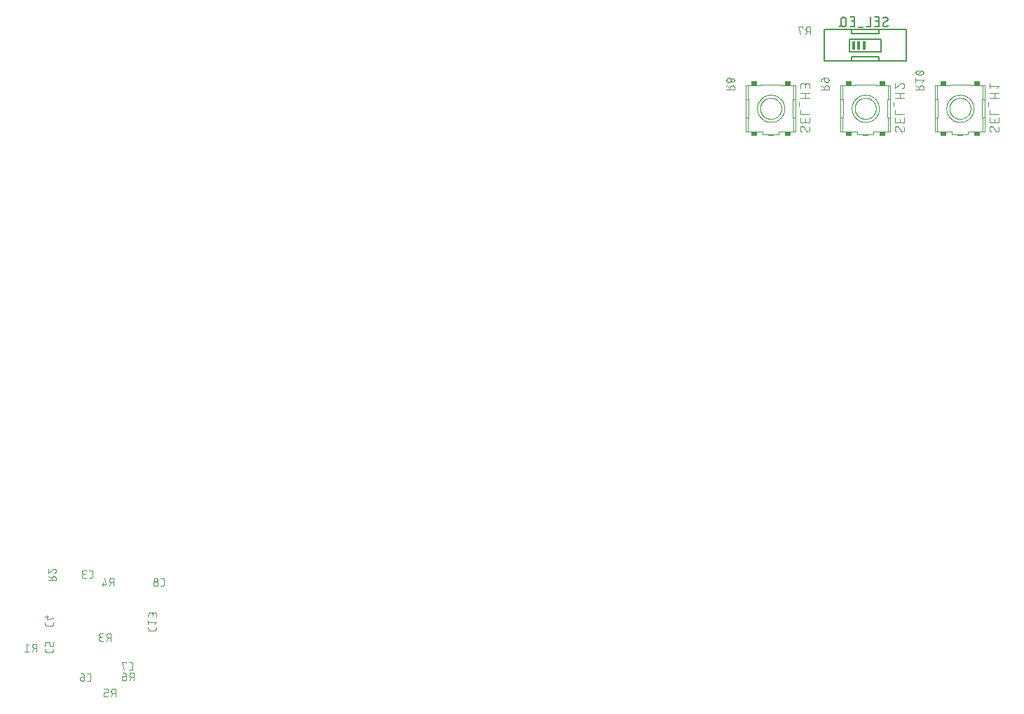
<source format=gbr>
G04 EAGLE Gerber RS-274X export*
G75*
%MOMM*%
%FSLAX34Y34*%
%LPD*%
%INSilkscreen Bottom*%
%IPPOS*%
%AMOC8*
5,1,8,0,0,1.08239X$1,22.5*%
G01*
%ADD10C,0.076200*%
%ADD11C,0.152400*%
%ADD12R,0.381000X1.016000*%
%ADD13C,0.127000*%
%ADD14C,0.101600*%
%ADD15R,0.757000X0.549100*%
%ADD16R,0.771800X0.534300*%
%ADD17R,0.757000X0.534300*%
%ADD18R,0.756900X0.133600*%
%ADD19R,0.756900X0.549100*%


D10*
X287542Y448056D02*
X289631Y448056D01*
X289720Y448058D01*
X289808Y448064D01*
X289896Y448073D01*
X289984Y448086D01*
X290071Y448103D01*
X290157Y448123D01*
X290242Y448148D01*
X290327Y448175D01*
X290410Y448207D01*
X290491Y448241D01*
X290571Y448280D01*
X290649Y448321D01*
X290726Y448366D01*
X290800Y448414D01*
X290873Y448465D01*
X290943Y448519D01*
X291010Y448577D01*
X291076Y448637D01*
X291138Y448699D01*
X291198Y448765D01*
X291256Y448832D01*
X291310Y448902D01*
X291361Y448975D01*
X291409Y449049D01*
X291454Y449126D01*
X291495Y449204D01*
X291534Y449284D01*
X291568Y449365D01*
X291600Y449448D01*
X291627Y449533D01*
X291652Y449618D01*
X291672Y449704D01*
X291689Y449791D01*
X291702Y449879D01*
X291711Y449967D01*
X291717Y450055D01*
X291719Y450144D01*
X291719Y455366D01*
X291717Y455455D01*
X291711Y455543D01*
X291702Y455631D01*
X291689Y455719D01*
X291672Y455806D01*
X291652Y455892D01*
X291627Y455977D01*
X291600Y456062D01*
X291568Y456145D01*
X291534Y456226D01*
X291495Y456306D01*
X291454Y456384D01*
X291409Y456461D01*
X291361Y456535D01*
X291310Y456608D01*
X291256Y456678D01*
X291198Y456745D01*
X291138Y456811D01*
X291076Y456873D01*
X291010Y456933D01*
X290943Y456991D01*
X290873Y457045D01*
X290800Y457096D01*
X290726Y457144D01*
X290649Y457189D01*
X290571Y457230D01*
X290491Y457269D01*
X290410Y457303D01*
X290327Y457335D01*
X290242Y457362D01*
X290157Y457387D01*
X290071Y457407D01*
X289984Y457424D01*
X289896Y457437D01*
X289808Y457446D01*
X289720Y457452D01*
X289631Y457454D01*
X287542Y457454D01*
X284073Y448056D02*
X281463Y448056D01*
X281362Y448058D01*
X281261Y448064D01*
X281160Y448074D01*
X281060Y448087D01*
X280960Y448105D01*
X280861Y448126D01*
X280763Y448152D01*
X280666Y448181D01*
X280570Y448213D01*
X280476Y448250D01*
X280383Y448290D01*
X280291Y448334D01*
X280202Y448381D01*
X280114Y448432D01*
X280028Y448486D01*
X279945Y448543D01*
X279863Y448603D01*
X279785Y448667D01*
X279708Y448733D01*
X279635Y448803D01*
X279564Y448875D01*
X279496Y448950D01*
X279431Y449028D01*
X279369Y449108D01*
X279310Y449190D01*
X279254Y449275D01*
X279202Y449362D01*
X279153Y449450D01*
X279107Y449541D01*
X279066Y449633D01*
X279027Y449727D01*
X278993Y449822D01*
X278962Y449918D01*
X278935Y450016D01*
X278911Y450114D01*
X278892Y450214D01*
X278876Y450314D01*
X278864Y450414D01*
X278856Y450515D01*
X278852Y450616D01*
X278852Y450718D01*
X278856Y450819D01*
X278864Y450920D01*
X278876Y451020D01*
X278892Y451120D01*
X278911Y451220D01*
X278935Y451318D01*
X278962Y451416D01*
X278993Y451512D01*
X279027Y451607D01*
X279066Y451701D01*
X279107Y451793D01*
X279153Y451884D01*
X279202Y451973D01*
X279254Y452059D01*
X279310Y452144D01*
X279369Y452226D01*
X279431Y452306D01*
X279496Y452384D01*
X279564Y452459D01*
X279635Y452531D01*
X279708Y452601D01*
X279785Y452667D01*
X279863Y452731D01*
X279945Y452791D01*
X280028Y452848D01*
X280114Y452902D01*
X280202Y452953D01*
X280291Y453000D01*
X280383Y453044D01*
X280476Y453084D01*
X280570Y453121D01*
X280666Y453153D01*
X280763Y453182D01*
X280861Y453208D01*
X280960Y453229D01*
X281060Y453247D01*
X281160Y453260D01*
X281261Y453270D01*
X281362Y453276D01*
X281463Y453278D01*
X280941Y457454D02*
X284073Y457454D01*
X280941Y457454D02*
X280851Y457452D01*
X280762Y457446D01*
X280672Y457437D01*
X280583Y457423D01*
X280495Y457406D01*
X280408Y457385D01*
X280321Y457360D01*
X280236Y457331D01*
X280152Y457299D01*
X280070Y457264D01*
X279989Y457224D01*
X279910Y457182D01*
X279833Y457136D01*
X279758Y457086D01*
X279685Y457034D01*
X279614Y456978D01*
X279546Y456920D01*
X279481Y456858D01*
X279418Y456794D01*
X279358Y456727D01*
X279301Y456658D01*
X279247Y456586D01*
X279196Y456512D01*
X279148Y456436D01*
X279104Y456358D01*
X279063Y456278D01*
X279025Y456196D01*
X278991Y456113D01*
X278961Y456028D01*
X278934Y455942D01*
X278911Y455856D01*
X278892Y455768D01*
X278877Y455679D01*
X278865Y455590D01*
X278857Y455501D01*
X278853Y455411D01*
X278853Y455321D01*
X278857Y455231D01*
X278865Y455142D01*
X278877Y455053D01*
X278892Y454964D01*
X278911Y454876D01*
X278934Y454790D01*
X278961Y454704D01*
X278991Y454619D01*
X279025Y454536D01*
X279063Y454454D01*
X279104Y454374D01*
X279148Y454296D01*
X279196Y454220D01*
X279247Y454146D01*
X279301Y454074D01*
X279358Y454005D01*
X279418Y453938D01*
X279481Y453874D01*
X279546Y453812D01*
X279614Y453754D01*
X279685Y453698D01*
X279758Y453646D01*
X279833Y453596D01*
X279910Y453550D01*
X279989Y453508D01*
X280070Y453468D01*
X280152Y453433D01*
X280236Y453401D01*
X280321Y453372D01*
X280408Y453347D01*
X280495Y453326D01*
X280583Y453309D01*
X280672Y453295D01*
X280762Y453286D01*
X280851Y453280D01*
X280941Y453278D01*
X280941Y453277D02*
X283029Y453277D01*
X234696Y394154D02*
X234696Y392066D01*
X234698Y391977D01*
X234704Y391889D01*
X234713Y391801D01*
X234726Y391713D01*
X234743Y391626D01*
X234763Y391540D01*
X234788Y391455D01*
X234815Y391370D01*
X234847Y391287D01*
X234881Y391206D01*
X234920Y391126D01*
X234961Y391048D01*
X235006Y390971D01*
X235054Y390897D01*
X235105Y390824D01*
X235159Y390754D01*
X235217Y390687D01*
X235277Y390621D01*
X235339Y390559D01*
X235405Y390499D01*
X235472Y390441D01*
X235542Y390387D01*
X235615Y390336D01*
X235689Y390288D01*
X235766Y390243D01*
X235844Y390202D01*
X235924Y390163D01*
X236005Y390129D01*
X236088Y390097D01*
X236173Y390070D01*
X236258Y390045D01*
X236344Y390025D01*
X236431Y390008D01*
X236519Y389995D01*
X236607Y389986D01*
X236695Y389980D01*
X236784Y389978D01*
X236784Y389977D02*
X242006Y389977D01*
X242006Y389978D02*
X242097Y389980D01*
X242188Y389986D01*
X242279Y389996D01*
X242369Y390010D01*
X242458Y390027D01*
X242546Y390049D01*
X242634Y390075D01*
X242720Y390104D01*
X242805Y390137D01*
X242888Y390174D01*
X242970Y390214D01*
X243050Y390258D01*
X243128Y390305D01*
X243204Y390356D01*
X243277Y390409D01*
X243348Y390466D01*
X243417Y390527D01*
X243482Y390590D01*
X243545Y390655D01*
X243605Y390724D01*
X243663Y390795D01*
X243716Y390868D01*
X243767Y390944D01*
X243814Y391022D01*
X243858Y391102D01*
X243898Y391184D01*
X243935Y391267D01*
X243968Y391352D01*
X243997Y391438D01*
X244023Y391526D01*
X244045Y391614D01*
X244062Y391703D01*
X244076Y391793D01*
X244086Y391884D01*
X244092Y391975D01*
X244094Y392066D01*
X244094Y394154D01*
X244094Y399711D02*
X236784Y397623D01*
X236784Y402844D01*
X238873Y401278D02*
X234696Y401278D01*
X234696Y362404D02*
X234696Y360316D01*
X234698Y360227D01*
X234704Y360139D01*
X234713Y360051D01*
X234726Y359963D01*
X234743Y359876D01*
X234763Y359790D01*
X234788Y359705D01*
X234815Y359620D01*
X234847Y359537D01*
X234881Y359456D01*
X234920Y359376D01*
X234961Y359298D01*
X235006Y359221D01*
X235054Y359147D01*
X235105Y359074D01*
X235159Y359004D01*
X235217Y358937D01*
X235277Y358871D01*
X235339Y358809D01*
X235405Y358749D01*
X235472Y358691D01*
X235542Y358637D01*
X235615Y358586D01*
X235689Y358538D01*
X235766Y358493D01*
X235844Y358452D01*
X235924Y358413D01*
X236005Y358379D01*
X236088Y358347D01*
X236173Y358320D01*
X236258Y358295D01*
X236344Y358275D01*
X236431Y358258D01*
X236519Y358245D01*
X236607Y358236D01*
X236695Y358230D01*
X236784Y358228D01*
X236784Y358227D02*
X242006Y358227D01*
X242006Y358228D02*
X242097Y358230D01*
X242188Y358236D01*
X242279Y358246D01*
X242369Y358260D01*
X242458Y358277D01*
X242546Y358299D01*
X242634Y358325D01*
X242720Y358354D01*
X242805Y358387D01*
X242888Y358424D01*
X242970Y358464D01*
X243050Y358508D01*
X243128Y358555D01*
X243204Y358606D01*
X243277Y358659D01*
X243348Y358716D01*
X243417Y358777D01*
X243482Y358840D01*
X243545Y358905D01*
X243605Y358974D01*
X243663Y359045D01*
X243716Y359118D01*
X243767Y359194D01*
X243814Y359272D01*
X243858Y359352D01*
X243898Y359434D01*
X243935Y359517D01*
X243968Y359602D01*
X243997Y359688D01*
X244023Y359776D01*
X244045Y359864D01*
X244062Y359953D01*
X244076Y360043D01*
X244086Y360134D01*
X244092Y360225D01*
X244094Y360316D01*
X244094Y362404D01*
X234696Y365873D02*
X234696Y369006D01*
X234698Y369095D01*
X234704Y369183D01*
X234713Y369271D01*
X234726Y369359D01*
X234743Y369446D01*
X234763Y369532D01*
X234788Y369617D01*
X234815Y369702D01*
X234847Y369785D01*
X234881Y369866D01*
X234920Y369946D01*
X234961Y370024D01*
X235006Y370101D01*
X235054Y370175D01*
X235105Y370248D01*
X235159Y370318D01*
X235217Y370385D01*
X235277Y370451D01*
X235339Y370513D01*
X235405Y370573D01*
X235472Y370631D01*
X235542Y370685D01*
X235615Y370736D01*
X235689Y370784D01*
X235766Y370829D01*
X235844Y370870D01*
X235924Y370909D01*
X236005Y370943D01*
X236088Y370975D01*
X236173Y371002D01*
X236258Y371027D01*
X236344Y371047D01*
X236431Y371064D01*
X236519Y371077D01*
X236607Y371086D01*
X236695Y371092D01*
X236784Y371094D01*
X237829Y371094D01*
X237918Y371092D01*
X238006Y371086D01*
X238094Y371077D01*
X238182Y371064D01*
X238269Y371047D01*
X238355Y371027D01*
X238440Y371002D01*
X238525Y370975D01*
X238608Y370943D01*
X238689Y370909D01*
X238769Y370870D01*
X238847Y370829D01*
X238924Y370784D01*
X238998Y370736D01*
X239071Y370685D01*
X239141Y370631D01*
X239208Y370573D01*
X239274Y370513D01*
X239336Y370451D01*
X239396Y370385D01*
X239454Y370318D01*
X239508Y370248D01*
X239559Y370175D01*
X239607Y370101D01*
X239652Y370024D01*
X239693Y369946D01*
X239732Y369866D01*
X239766Y369785D01*
X239798Y369702D01*
X239825Y369617D01*
X239850Y369532D01*
X239870Y369446D01*
X239887Y369359D01*
X239900Y369271D01*
X239909Y369183D01*
X239915Y369095D01*
X239917Y369006D01*
X239917Y365873D01*
X244094Y365873D01*
X244094Y371094D01*
X285296Y323596D02*
X287384Y323596D01*
X287473Y323598D01*
X287561Y323604D01*
X287649Y323613D01*
X287737Y323626D01*
X287824Y323643D01*
X287910Y323663D01*
X287995Y323688D01*
X288080Y323715D01*
X288163Y323747D01*
X288244Y323781D01*
X288324Y323820D01*
X288402Y323861D01*
X288479Y323906D01*
X288553Y323954D01*
X288626Y324005D01*
X288696Y324059D01*
X288763Y324117D01*
X288829Y324177D01*
X288891Y324239D01*
X288951Y324305D01*
X289009Y324372D01*
X289063Y324442D01*
X289114Y324515D01*
X289162Y324589D01*
X289207Y324666D01*
X289248Y324744D01*
X289287Y324824D01*
X289321Y324905D01*
X289353Y324988D01*
X289380Y325073D01*
X289405Y325158D01*
X289425Y325244D01*
X289442Y325331D01*
X289455Y325419D01*
X289464Y325507D01*
X289470Y325595D01*
X289472Y325684D01*
X289473Y325684D02*
X289473Y330906D01*
X289472Y330906D02*
X289470Y330995D01*
X289464Y331083D01*
X289455Y331171D01*
X289442Y331259D01*
X289425Y331346D01*
X289405Y331432D01*
X289380Y331517D01*
X289353Y331602D01*
X289321Y331685D01*
X289287Y331766D01*
X289248Y331846D01*
X289207Y331924D01*
X289162Y332001D01*
X289114Y332075D01*
X289063Y332148D01*
X289009Y332218D01*
X288951Y332285D01*
X288891Y332351D01*
X288829Y332413D01*
X288763Y332473D01*
X288696Y332531D01*
X288626Y332585D01*
X288553Y332636D01*
X288479Y332684D01*
X288402Y332729D01*
X288324Y332770D01*
X288244Y332809D01*
X288163Y332843D01*
X288080Y332875D01*
X287995Y332902D01*
X287910Y332927D01*
X287824Y332947D01*
X287737Y332964D01*
X287649Y332977D01*
X287561Y332986D01*
X287473Y332992D01*
X287384Y332994D01*
X285296Y332994D01*
X281827Y328817D02*
X278694Y328817D01*
X278605Y328815D01*
X278517Y328809D01*
X278429Y328800D01*
X278341Y328787D01*
X278254Y328770D01*
X278168Y328750D01*
X278083Y328725D01*
X277998Y328698D01*
X277915Y328666D01*
X277834Y328632D01*
X277754Y328593D01*
X277676Y328552D01*
X277599Y328507D01*
X277525Y328459D01*
X277452Y328408D01*
X277382Y328354D01*
X277315Y328296D01*
X277249Y328236D01*
X277187Y328174D01*
X277127Y328108D01*
X277069Y328041D01*
X277015Y327971D01*
X276964Y327898D01*
X276916Y327824D01*
X276871Y327747D01*
X276830Y327669D01*
X276791Y327589D01*
X276757Y327508D01*
X276725Y327425D01*
X276698Y327340D01*
X276673Y327255D01*
X276653Y327169D01*
X276636Y327082D01*
X276623Y326994D01*
X276614Y326906D01*
X276608Y326818D01*
X276606Y326729D01*
X276606Y326207D01*
X276608Y326106D01*
X276614Y326005D01*
X276624Y325904D01*
X276637Y325804D01*
X276655Y325704D01*
X276676Y325605D01*
X276702Y325507D01*
X276731Y325410D01*
X276763Y325314D01*
X276800Y325220D01*
X276840Y325127D01*
X276884Y325035D01*
X276931Y324946D01*
X276982Y324858D01*
X277036Y324772D01*
X277093Y324689D01*
X277153Y324607D01*
X277217Y324529D01*
X277283Y324452D01*
X277353Y324379D01*
X277425Y324308D01*
X277500Y324240D01*
X277578Y324175D01*
X277658Y324113D01*
X277740Y324054D01*
X277825Y323998D01*
X277912Y323946D01*
X278000Y323897D01*
X278091Y323851D01*
X278183Y323810D01*
X278277Y323771D01*
X278372Y323737D01*
X278468Y323706D01*
X278566Y323679D01*
X278664Y323655D01*
X278764Y323636D01*
X278864Y323620D01*
X278964Y323608D01*
X279065Y323600D01*
X279166Y323596D01*
X279268Y323596D01*
X279369Y323600D01*
X279470Y323608D01*
X279570Y323620D01*
X279670Y323636D01*
X279770Y323655D01*
X279868Y323679D01*
X279966Y323706D01*
X280062Y323737D01*
X280157Y323771D01*
X280251Y323810D01*
X280343Y323851D01*
X280434Y323897D01*
X280522Y323946D01*
X280609Y323998D01*
X280694Y324054D01*
X280776Y324113D01*
X280856Y324175D01*
X280934Y324240D01*
X281009Y324308D01*
X281081Y324379D01*
X281151Y324452D01*
X281217Y324529D01*
X281281Y324607D01*
X281341Y324689D01*
X281398Y324772D01*
X281452Y324858D01*
X281503Y324946D01*
X281550Y325035D01*
X281594Y325127D01*
X281634Y325220D01*
X281671Y325314D01*
X281703Y325410D01*
X281732Y325507D01*
X281758Y325605D01*
X281779Y325704D01*
X281797Y325804D01*
X281810Y325904D01*
X281820Y326005D01*
X281826Y326106D01*
X281828Y326207D01*
X281827Y326207D02*
X281827Y328817D01*
X281825Y328943D01*
X281819Y329069D01*
X281810Y329195D01*
X281797Y329320D01*
X281779Y329445D01*
X281759Y329570D01*
X281734Y329694D01*
X281706Y329817D01*
X281674Y329939D01*
X281638Y330060D01*
X281599Y330180D01*
X281556Y330298D01*
X281509Y330415D01*
X281459Y330531D01*
X281405Y330646D01*
X281349Y330758D01*
X281288Y330869D01*
X281225Y330978D01*
X281158Y331085D01*
X281088Y331190D01*
X281014Y331293D01*
X280938Y331393D01*
X280859Y331491D01*
X280777Y331587D01*
X280691Y331680D01*
X280604Y331771D01*
X280513Y331858D01*
X280420Y331944D01*
X280324Y332026D01*
X280226Y332105D01*
X280126Y332181D01*
X280023Y332255D01*
X279918Y332325D01*
X279811Y332392D01*
X279702Y332455D01*
X279591Y332516D01*
X279479Y332572D01*
X279364Y332626D01*
X279248Y332676D01*
X279131Y332723D01*
X279013Y332766D01*
X278893Y332805D01*
X278772Y332841D01*
X278650Y332873D01*
X278527Y332901D01*
X278403Y332926D01*
X278278Y332946D01*
X278153Y332964D01*
X278028Y332977D01*
X277902Y332986D01*
X277776Y332992D01*
X277650Y332994D01*
X336096Y336931D02*
X338184Y336931D01*
X338273Y336933D01*
X338361Y336939D01*
X338449Y336948D01*
X338537Y336961D01*
X338624Y336978D01*
X338710Y336998D01*
X338795Y337023D01*
X338880Y337050D01*
X338963Y337082D01*
X339044Y337116D01*
X339124Y337155D01*
X339202Y337196D01*
X339279Y337241D01*
X339353Y337289D01*
X339426Y337340D01*
X339496Y337394D01*
X339563Y337452D01*
X339629Y337512D01*
X339691Y337574D01*
X339751Y337640D01*
X339809Y337707D01*
X339863Y337777D01*
X339914Y337850D01*
X339962Y337924D01*
X340007Y338001D01*
X340048Y338079D01*
X340087Y338159D01*
X340121Y338240D01*
X340153Y338323D01*
X340180Y338408D01*
X340205Y338493D01*
X340225Y338579D01*
X340242Y338666D01*
X340255Y338754D01*
X340264Y338842D01*
X340270Y338930D01*
X340272Y339019D01*
X340273Y339019D02*
X340273Y344241D01*
X340272Y344241D02*
X340270Y344330D01*
X340264Y344418D01*
X340255Y344506D01*
X340242Y344594D01*
X340225Y344681D01*
X340205Y344767D01*
X340180Y344852D01*
X340153Y344937D01*
X340121Y345020D01*
X340087Y345101D01*
X340048Y345181D01*
X340007Y345259D01*
X339962Y345336D01*
X339914Y345410D01*
X339863Y345483D01*
X339809Y345553D01*
X339751Y345620D01*
X339691Y345686D01*
X339629Y345748D01*
X339563Y345808D01*
X339496Y345866D01*
X339426Y345920D01*
X339353Y345971D01*
X339279Y346019D01*
X339202Y346064D01*
X339124Y346105D01*
X339044Y346144D01*
X338963Y346178D01*
X338880Y346210D01*
X338795Y346237D01*
X338710Y346262D01*
X338624Y346282D01*
X338537Y346299D01*
X338449Y346312D01*
X338361Y346321D01*
X338273Y346327D01*
X338184Y346329D01*
X336096Y346329D01*
X332627Y346329D02*
X332627Y345285D01*
X332627Y346329D02*
X327406Y346329D01*
X330017Y336931D01*
X374196Y438531D02*
X376284Y438531D01*
X376373Y438533D01*
X376461Y438539D01*
X376549Y438548D01*
X376637Y438561D01*
X376724Y438578D01*
X376810Y438598D01*
X376895Y438623D01*
X376980Y438650D01*
X377063Y438682D01*
X377144Y438716D01*
X377224Y438755D01*
X377302Y438796D01*
X377379Y438841D01*
X377453Y438889D01*
X377526Y438940D01*
X377596Y438994D01*
X377663Y439052D01*
X377729Y439112D01*
X377791Y439174D01*
X377851Y439240D01*
X377909Y439307D01*
X377963Y439377D01*
X378014Y439450D01*
X378062Y439524D01*
X378107Y439601D01*
X378148Y439679D01*
X378187Y439759D01*
X378221Y439840D01*
X378253Y439923D01*
X378280Y440008D01*
X378305Y440093D01*
X378325Y440179D01*
X378342Y440266D01*
X378355Y440354D01*
X378364Y440442D01*
X378370Y440530D01*
X378372Y440619D01*
X378373Y440619D02*
X378373Y445841D01*
X378372Y445841D02*
X378370Y445930D01*
X378364Y446018D01*
X378355Y446106D01*
X378342Y446194D01*
X378325Y446281D01*
X378305Y446367D01*
X378280Y446452D01*
X378253Y446537D01*
X378221Y446620D01*
X378187Y446701D01*
X378148Y446781D01*
X378107Y446859D01*
X378062Y446936D01*
X378014Y447010D01*
X377963Y447083D01*
X377909Y447153D01*
X377851Y447220D01*
X377791Y447286D01*
X377729Y447348D01*
X377663Y447408D01*
X377596Y447466D01*
X377526Y447520D01*
X377453Y447571D01*
X377379Y447619D01*
X377302Y447664D01*
X377224Y447705D01*
X377144Y447744D01*
X377063Y447778D01*
X376980Y447810D01*
X376895Y447837D01*
X376810Y447862D01*
X376724Y447882D01*
X376637Y447899D01*
X376549Y447912D01*
X376461Y447921D01*
X376373Y447927D01*
X376284Y447929D01*
X374196Y447929D01*
X370728Y441142D02*
X370726Y441243D01*
X370720Y441344D01*
X370710Y441445D01*
X370697Y441545D01*
X370679Y441645D01*
X370658Y441744D01*
X370632Y441842D01*
X370603Y441939D01*
X370571Y442035D01*
X370534Y442129D01*
X370494Y442222D01*
X370450Y442314D01*
X370403Y442403D01*
X370352Y442491D01*
X370298Y442577D01*
X370241Y442660D01*
X370181Y442742D01*
X370117Y442820D01*
X370051Y442897D01*
X369981Y442970D01*
X369909Y443041D01*
X369834Y443109D01*
X369756Y443174D01*
X369676Y443236D01*
X369594Y443295D01*
X369509Y443351D01*
X369423Y443403D01*
X369334Y443452D01*
X369243Y443498D01*
X369151Y443539D01*
X369057Y443578D01*
X368962Y443612D01*
X368866Y443643D01*
X368768Y443670D01*
X368670Y443694D01*
X368570Y443713D01*
X368470Y443729D01*
X368370Y443741D01*
X368269Y443749D01*
X368168Y443753D01*
X368066Y443753D01*
X367965Y443749D01*
X367864Y443741D01*
X367764Y443729D01*
X367664Y443713D01*
X367564Y443694D01*
X367466Y443670D01*
X367368Y443643D01*
X367272Y443612D01*
X367177Y443578D01*
X367083Y443539D01*
X366991Y443498D01*
X366900Y443452D01*
X366812Y443403D01*
X366725Y443351D01*
X366640Y443295D01*
X366558Y443236D01*
X366478Y443174D01*
X366400Y443109D01*
X366325Y443041D01*
X366253Y442970D01*
X366183Y442897D01*
X366117Y442820D01*
X366053Y442742D01*
X365993Y442660D01*
X365936Y442577D01*
X365882Y442491D01*
X365831Y442403D01*
X365784Y442314D01*
X365740Y442222D01*
X365700Y442129D01*
X365663Y442035D01*
X365631Y441939D01*
X365602Y441842D01*
X365576Y441744D01*
X365555Y441645D01*
X365537Y441545D01*
X365524Y441445D01*
X365514Y441344D01*
X365508Y441243D01*
X365506Y441142D01*
X365508Y441041D01*
X365514Y440940D01*
X365524Y440839D01*
X365537Y440739D01*
X365555Y440639D01*
X365576Y440540D01*
X365602Y440442D01*
X365631Y440345D01*
X365663Y440249D01*
X365700Y440155D01*
X365740Y440062D01*
X365784Y439970D01*
X365831Y439881D01*
X365882Y439793D01*
X365936Y439707D01*
X365993Y439624D01*
X366053Y439542D01*
X366117Y439464D01*
X366183Y439387D01*
X366253Y439314D01*
X366325Y439243D01*
X366400Y439175D01*
X366478Y439110D01*
X366558Y439048D01*
X366640Y438989D01*
X366725Y438933D01*
X366812Y438881D01*
X366900Y438832D01*
X366991Y438786D01*
X367083Y438745D01*
X367177Y438706D01*
X367272Y438672D01*
X367368Y438641D01*
X367466Y438614D01*
X367564Y438590D01*
X367664Y438571D01*
X367764Y438555D01*
X367864Y438543D01*
X367965Y438535D01*
X368066Y438531D01*
X368168Y438531D01*
X368269Y438535D01*
X368370Y438543D01*
X368470Y438555D01*
X368570Y438571D01*
X368670Y438590D01*
X368768Y438614D01*
X368866Y438641D01*
X368962Y438672D01*
X369057Y438706D01*
X369151Y438745D01*
X369243Y438786D01*
X369334Y438832D01*
X369422Y438881D01*
X369509Y438933D01*
X369594Y438989D01*
X369676Y439048D01*
X369756Y439110D01*
X369834Y439175D01*
X369909Y439243D01*
X369981Y439314D01*
X370051Y439387D01*
X370117Y439464D01*
X370181Y439542D01*
X370241Y439624D01*
X370298Y439707D01*
X370352Y439793D01*
X370403Y439881D01*
X370450Y439970D01*
X370494Y440062D01*
X370534Y440155D01*
X370571Y440249D01*
X370603Y440345D01*
X370632Y440442D01*
X370658Y440540D01*
X370679Y440639D01*
X370697Y440739D01*
X370710Y440839D01*
X370720Y440940D01*
X370726Y441041D01*
X370728Y441142D01*
X370205Y445841D02*
X370203Y445931D01*
X370197Y446020D01*
X370188Y446110D01*
X370174Y446199D01*
X370157Y446287D01*
X370136Y446374D01*
X370111Y446461D01*
X370082Y446546D01*
X370050Y446630D01*
X370015Y446712D01*
X369975Y446793D01*
X369933Y446872D01*
X369887Y446949D01*
X369837Y447024D01*
X369785Y447097D01*
X369729Y447168D01*
X369671Y447236D01*
X369609Y447301D01*
X369545Y447364D01*
X369478Y447424D01*
X369409Y447481D01*
X369337Y447535D01*
X369263Y447586D01*
X369187Y447634D01*
X369109Y447678D01*
X369029Y447719D01*
X368947Y447757D01*
X368864Y447791D01*
X368779Y447821D01*
X368693Y447848D01*
X368607Y447871D01*
X368519Y447890D01*
X368430Y447905D01*
X368341Y447917D01*
X368252Y447925D01*
X368162Y447929D01*
X368072Y447929D01*
X367982Y447925D01*
X367893Y447917D01*
X367804Y447905D01*
X367715Y447890D01*
X367627Y447871D01*
X367541Y447848D01*
X367455Y447821D01*
X367370Y447791D01*
X367287Y447757D01*
X367205Y447719D01*
X367125Y447678D01*
X367047Y447634D01*
X366971Y447586D01*
X366897Y447535D01*
X366825Y447481D01*
X366756Y447424D01*
X366689Y447364D01*
X366625Y447301D01*
X366563Y447236D01*
X366505Y447168D01*
X366449Y447097D01*
X366397Y447024D01*
X366347Y446949D01*
X366301Y446872D01*
X366259Y446793D01*
X366219Y446712D01*
X366184Y446630D01*
X366152Y446546D01*
X366123Y446461D01*
X366098Y446374D01*
X366077Y446287D01*
X366060Y446199D01*
X366046Y446110D01*
X366037Y446020D01*
X366031Y445931D01*
X366029Y445841D01*
X366031Y445751D01*
X366037Y445662D01*
X366046Y445572D01*
X366060Y445483D01*
X366077Y445395D01*
X366098Y445308D01*
X366123Y445221D01*
X366152Y445136D01*
X366184Y445052D01*
X366219Y444970D01*
X366259Y444889D01*
X366301Y444810D01*
X366347Y444733D01*
X366397Y444658D01*
X366449Y444585D01*
X366505Y444514D01*
X366563Y444446D01*
X366625Y444381D01*
X366689Y444318D01*
X366756Y444258D01*
X366825Y444201D01*
X366897Y444147D01*
X366971Y444096D01*
X367047Y444048D01*
X367125Y444004D01*
X367205Y443963D01*
X367287Y443925D01*
X367370Y443891D01*
X367455Y443861D01*
X367541Y443834D01*
X367627Y443811D01*
X367715Y443792D01*
X367804Y443777D01*
X367893Y443765D01*
X367982Y443757D01*
X368072Y443753D01*
X368162Y443753D01*
X368252Y443757D01*
X368341Y443765D01*
X368430Y443777D01*
X368519Y443792D01*
X368607Y443811D01*
X368693Y443834D01*
X368779Y443861D01*
X368864Y443891D01*
X368947Y443925D01*
X369029Y443963D01*
X369109Y444004D01*
X369187Y444048D01*
X369263Y444096D01*
X369337Y444147D01*
X369409Y444201D01*
X369478Y444258D01*
X369545Y444318D01*
X369609Y444381D01*
X369671Y444446D01*
X369729Y444514D01*
X369785Y444585D01*
X369837Y444658D01*
X369887Y444733D01*
X369933Y444810D01*
X369975Y444889D01*
X370015Y444970D01*
X370050Y445052D01*
X370082Y445136D01*
X370111Y445221D01*
X370136Y445308D01*
X370157Y445395D01*
X370174Y445483D01*
X370188Y445572D01*
X370197Y445662D01*
X370203Y445751D01*
X370205Y445841D01*
X224239Y368554D02*
X224239Y359156D01*
X224239Y368554D02*
X221628Y368554D01*
X221527Y368552D01*
X221426Y368546D01*
X221325Y368536D01*
X221225Y368523D01*
X221125Y368505D01*
X221026Y368484D01*
X220928Y368458D01*
X220831Y368429D01*
X220735Y368397D01*
X220641Y368360D01*
X220548Y368320D01*
X220456Y368276D01*
X220367Y368229D01*
X220279Y368178D01*
X220193Y368124D01*
X220110Y368067D01*
X220028Y368007D01*
X219950Y367943D01*
X219873Y367877D01*
X219800Y367807D01*
X219729Y367735D01*
X219661Y367660D01*
X219596Y367582D01*
X219534Y367502D01*
X219475Y367420D01*
X219419Y367335D01*
X219367Y367249D01*
X219318Y367160D01*
X219272Y367069D01*
X219231Y366977D01*
X219192Y366883D01*
X219158Y366788D01*
X219127Y366692D01*
X219100Y366594D01*
X219076Y366496D01*
X219057Y366396D01*
X219041Y366296D01*
X219029Y366196D01*
X219021Y366095D01*
X219017Y365994D01*
X219017Y365892D01*
X219021Y365791D01*
X219029Y365690D01*
X219041Y365590D01*
X219057Y365490D01*
X219076Y365390D01*
X219100Y365292D01*
X219127Y365194D01*
X219158Y365098D01*
X219192Y365003D01*
X219231Y364909D01*
X219272Y364817D01*
X219318Y364726D01*
X219367Y364638D01*
X219419Y364551D01*
X219475Y364466D01*
X219534Y364384D01*
X219596Y364304D01*
X219661Y364226D01*
X219729Y364151D01*
X219800Y364079D01*
X219873Y364009D01*
X219950Y363943D01*
X220028Y363879D01*
X220110Y363819D01*
X220193Y363762D01*
X220279Y363708D01*
X220367Y363657D01*
X220456Y363610D01*
X220548Y363566D01*
X220641Y363526D01*
X220735Y363489D01*
X220831Y363457D01*
X220928Y363428D01*
X221026Y363402D01*
X221125Y363381D01*
X221225Y363363D01*
X221325Y363350D01*
X221426Y363340D01*
X221527Y363334D01*
X221628Y363332D01*
X221628Y363333D02*
X224239Y363333D01*
X221106Y363333D02*
X219018Y359156D01*
X215152Y366466D02*
X212542Y368554D01*
X212542Y359156D01*
X215152Y359156D02*
X209931Y359156D01*
X1286256Y1038606D02*
X1295654Y1038606D01*
X1295654Y1041217D01*
X1295652Y1041318D01*
X1295646Y1041419D01*
X1295636Y1041520D01*
X1295623Y1041620D01*
X1295605Y1041720D01*
X1295584Y1041819D01*
X1295558Y1041917D01*
X1295529Y1042014D01*
X1295497Y1042110D01*
X1295460Y1042204D01*
X1295420Y1042297D01*
X1295376Y1042389D01*
X1295329Y1042478D01*
X1295278Y1042566D01*
X1295224Y1042652D01*
X1295167Y1042735D01*
X1295107Y1042817D01*
X1295043Y1042895D01*
X1294977Y1042972D01*
X1294907Y1043045D01*
X1294835Y1043116D01*
X1294760Y1043184D01*
X1294682Y1043249D01*
X1294602Y1043311D01*
X1294520Y1043370D01*
X1294435Y1043426D01*
X1294349Y1043478D01*
X1294260Y1043527D01*
X1294169Y1043573D01*
X1294077Y1043614D01*
X1293983Y1043653D01*
X1293888Y1043687D01*
X1293792Y1043718D01*
X1293694Y1043745D01*
X1293596Y1043769D01*
X1293496Y1043788D01*
X1293396Y1043804D01*
X1293296Y1043816D01*
X1293195Y1043824D01*
X1293094Y1043828D01*
X1292992Y1043828D01*
X1292891Y1043824D01*
X1292790Y1043816D01*
X1292690Y1043804D01*
X1292590Y1043788D01*
X1292490Y1043769D01*
X1292392Y1043745D01*
X1292294Y1043718D01*
X1292198Y1043687D01*
X1292103Y1043653D01*
X1292009Y1043614D01*
X1291917Y1043573D01*
X1291826Y1043527D01*
X1291738Y1043478D01*
X1291651Y1043426D01*
X1291566Y1043370D01*
X1291484Y1043311D01*
X1291404Y1043249D01*
X1291326Y1043184D01*
X1291251Y1043116D01*
X1291179Y1043045D01*
X1291109Y1042972D01*
X1291043Y1042895D01*
X1290979Y1042817D01*
X1290919Y1042735D01*
X1290862Y1042652D01*
X1290808Y1042566D01*
X1290757Y1042478D01*
X1290710Y1042389D01*
X1290666Y1042297D01*
X1290626Y1042204D01*
X1290589Y1042110D01*
X1290557Y1042014D01*
X1290528Y1041917D01*
X1290502Y1041819D01*
X1290481Y1041720D01*
X1290463Y1041620D01*
X1290450Y1041520D01*
X1290440Y1041419D01*
X1290434Y1041318D01*
X1290432Y1041217D01*
X1290433Y1041217D02*
X1290433Y1038606D01*
X1290433Y1041739D02*
X1286256Y1043827D01*
X1293566Y1047693D02*
X1295654Y1050303D01*
X1286256Y1050303D01*
X1286256Y1047693D02*
X1286256Y1052914D01*
X1290955Y1056837D02*
X1291140Y1056839D01*
X1291325Y1056846D01*
X1291509Y1056857D01*
X1291693Y1056872D01*
X1291877Y1056892D01*
X1292061Y1056916D01*
X1292243Y1056945D01*
X1292425Y1056978D01*
X1292606Y1057015D01*
X1292786Y1057057D01*
X1292966Y1057103D01*
X1293144Y1057153D01*
X1293320Y1057207D01*
X1293496Y1057266D01*
X1293670Y1057328D01*
X1293842Y1057395D01*
X1294013Y1057466D01*
X1294182Y1057541D01*
X1294349Y1057620D01*
X1294349Y1057619D02*
X1294429Y1057649D01*
X1294508Y1057682D01*
X1294585Y1057719D01*
X1294661Y1057759D01*
X1294735Y1057802D01*
X1294807Y1057848D01*
X1294876Y1057898D01*
X1294944Y1057950D01*
X1295009Y1058006D01*
X1295072Y1058064D01*
X1295131Y1058126D01*
X1295189Y1058189D01*
X1295243Y1058256D01*
X1295294Y1058324D01*
X1295342Y1058395D01*
X1295387Y1058468D01*
X1295429Y1058542D01*
X1295467Y1058619D01*
X1295502Y1058697D01*
X1295534Y1058776D01*
X1295562Y1058857D01*
X1295586Y1058939D01*
X1295607Y1059023D01*
X1295624Y1059106D01*
X1295637Y1059191D01*
X1295646Y1059276D01*
X1295652Y1059361D01*
X1295654Y1059447D01*
X1295652Y1059533D01*
X1295646Y1059618D01*
X1295637Y1059703D01*
X1295624Y1059788D01*
X1295607Y1059871D01*
X1295586Y1059955D01*
X1295562Y1060037D01*
X1295534Y1060118D01*
X1295502Y1060197D01*
X1295467Y1060275D01*
X1295429Y1060352D01*
X1295387Y1060426D01*
X1295342Y1060499D01*
X1295294Y1060570D01*
X1295243Y1060638D01*
X1295189Y1060705D01*
X1295131Y1060768D01*
X1295072Y1060830D01*
X1295009Y1060888D01*
X1294944Y1060944D01*
X1294876Y1060996D01*
X1294807Y1061046D01*
X1294735Y1061092D01*
X1294661Y1061135D01*
X1294585Y1061175D01*
X1294508Y1061212D01*
X1294429Y1061245D01*
X1294349Y1061275D01*
X1294182Y1061354D01*
X1294013Y1061429D01*
X1293842Y1061500D01*
X1293670Y1061567D01*
X1293496Y1061629D01*
X1293320Y1061688D01*
X1293144Y1061742D01*
X1292966Y1061792D01*
X1292786Y1061838D01*
X1292606Y1061880D01*
X1292425Y1061917D01*
X1292243Y1061950D01*
X1292061Y1061979D01*
X1291877Y1062003D01*
X1291693Y1062023D01*
X1291509Y1062038D01*
X1291325Y1062049D01*
X1291140Y1062056D01*
X1290955Y1062058D01*
X1290955Y1056837D02*
X1290770Y1056839D01*
X1290585Y1056846D01*
X1290401Y1056857D01*
X1290217Y1056872D01*
X1290033Y1056892D01*
X1289849Y1056916D01*
X1289667Y1056945D01*
X1289485Y1056978D01*
X1289304Y1057015D01*
X1289124Y1057057D01*
X1288944Y1057103D01*
X1288766Y1057153D01*
X1288590Y1057207D01*
X1288414Y1057266D01*
X1288240Y1057328D01*
X1288068Y1057395D01*
X1287897Y1057466D01*
X1287728Y1057541D01*
X1287561Y1057620D01*
X1287561Y1057619D02*
X1287481Y1057649D01*
X1287402Y1057682D01*
X1287325Y1057719D01*
X1287249Y1057759D01*
X1287175Y1057802D01*
X1287103Y1057848D01*
X1287034Y1057898D01*
X1286966Y1057951D01*
X1286901Y1058006D01*
X1286838Y1058065D01*
X1286779Y1058126D01*
X1286721Y1058189D01*
X1286667Y1058256D01*
X1286616Y1058324D01*
X1286568Y1058395D01*
X1286523Y1058468D01*
X1286481Y1058542D01*
X1286443Y1058619D01*
X1286408Y1058697D01*
X1286376Y1058776D01*
X1286348Y1058857D01*
X1286324Y1058939D01*
X1286303Y1059023D01*
X1286286Y1059106D01*
X1286273Y1059191D01*
X1286264Y1059276D01*
X1286258Y1059361D01*
X1286256Y1059447D01*
X1287561Y1061275D02*
X1287728Y1061354D01*
X1287897Y1061429D01*
X1288068Y1061500D01*
X1288240Y1061567D01*
X1288414Y1061629D01*
X1288590Y1061688D01*
X1288766Y1061742D01*
X1288944Y1061792D01*
X1289124Y1061838D01*
X1289304Y1061880D01*
X1289485Y1061917D01*
X1289667Y1061950D01*
X1289849Y1061979D01*
X1290033Y1062003D01*
X1290217Y1062023D01*
X1290401Y1062038D01*
X1290585Y1062049D01*
X1290770Y1062056D01*
X1290955Y1062058D01*
X1287561Y1061275D02*
X1287481Y1061245D01*
X1287402Y1061212D01*
X1287325Y1061175D01*
X1287249Y1061135D01*
X1287175Y1061092D01*
X1287103Y1061046D01*
X1287034Y1060996D01*
X1286966Y1060944D01*
X1286901Y1060888D01*
X1286838Y1060830D01*
X1286779Y1060768D01*
X1286721Y1060705D01*
X1286667Y1060638D01*
X1286616Y1060570D01*
X1286568Y1060499D01*
X1286523Y1060426D01*
X1286481Y1060352D01*
X1286443Y1060275D01*
X1286408Y1060197D01*
X1286376Y1060118D01*
X1286348Y1060037D01*
X1286324Y1059955D01*
X1286303Y1059871D01*
X1286286Y1059788D01*
X1286273Y1059703D01*
X1286264Y1059618D01*
X1286258Y1059533D01*
X1286256Y1059447D01*
X1288344Y1057359D02*
X1293566Y1061536D01*
X247904Y444881D02*
X238506Y444881D01*
X247904Y444881D02*
X247904Y447492D01*
X247902Y447593D01*
X247896Y447694D01*
X247886Y447795D01*
X247873Y447895D01*
X247855Y447995D01*
X247834Y448094D01*
X247808Y448192D01*
X247779Y448289D01*
X247747Y448385D01*
X247710Y448479D01*
X247670Y448572D01*
X247626Y448664D01*
X247579Y448753D01*
X247528Y448841D01*
X247474Y448927D01*
X247417Y449010D01*
X247357Y449092D01*
X247293Y449170D01*
X247227Y449247D01*
X247157Y449320D01*
X247085Y449391D01*
X247010Y449459D01*
X246932Y449524D01*
X246852Y449586D01*
X246770Y449645D01*
X246685Y449701D01*
X246599Y449753D01*
X246510Y449802D01*
X246419Y449848D01*
X246327Y449889D01*
X246233Y449928D01*
X246138Y449962D01*
X246042Y449993D01*
X245944Y450020D01*
X245846Y450044D01*
X245746Y450063D01*
X245646Y450079D01*
X245546Y450091D01*
X245445Y450099D01*
X245344Y450103D01*
X245242Y450103D01*
X245141Y450099D01*
X245040Y450091D01*
X244940Y450079D01*
X244840Y450063D01*
X244740Y450044D01*
X244642Y450020D01*
X244544Y449993D01*
X244448Y449962D01*
X244353Y449928D01*
X244259Y449889D01*
X244167Y449848D01*
X244076Y449802D01*
X243988Y449753D01*
X243901Y449701D01*
X243816Y449645D01*
X243734Y449586D01*
X243654Y449524D01*
X243576Y449459D01*
X243501Y449391D01*
X243429Y449320D01*
X243359Y449247D01*
X243293Y449170D01*
X243229Y449092D01*
X243169Y449010D01*
X243112Y448927D01*
X243058Y448841D01*
X243007Y448753D01*
X242960Y448664D01*
X242916Y448572D01*
X242876Y448479D01*
X242839Y448385D01*
X242807Y448289D01*
X242778Y448192D01*
X242752Y448094D01*
X242731Y447995D01*
X242713Y447895D01*
X242700Y447795D01*
X242690Y447694D01*
X242684Y447593D01*
X242682Y447492D01*
X242683Y447492D02*
X242683Y444881D01*
X242683Y448014D02*
X238506Y450102D01*
X245555Y459190D02*
X245650Y459188D01*
X245744Y459182D01*
X245838Y459173D01*
X245932Y459160D01*
X246025Y459143D01*
X246117Y459122D01*
X246209Y459097D01*
X246299Y459069D01*
X246388Y459037D01*
X246476Y459002D01*
X246562Y458963D01*
X246647Y458921D01*
X246730Y458875D01*
X246811Y458826D01*
X246890Y458774D01*
X246967Y458719D01*
X247041Y458660D01*
X247113Y458599D01*
X247183Y458535D01*
X247250Y458468D01*
X247314Y458398D01*
X247375Y458326D01*
X247434Y458252D01*
X247489Y458175D01*
X247541Y458096D01*
X247590Y458015D01*
X247636Y457932D01*
X247678Y457847D01*
X247717Y457761D01*
X247752Y457673D01*
X247784Y457584D01*
X247812Y457494D01*
X247837Y457402D01*
X247858Y457310D01*
X247875Y457217D01*
X247888Y457123D01*
X247897Y457029D01*
X247903Y456935D01*
X247905Y456840D01*
X247904Y456840D02*
X247902Y456732D01*
X247896Y456623D01*
X247886Y456515D01*
X247873Y456408D01*
X247855Y456301D01*
X247834Y456194D01*
X247809Y456089D01*
X247780Y455984D01*
X247748Y455881D01*
X247711Y455779D01*
X247671Y455678D01*
X247628Y455579D01*
X247581Y455481D01*
X247530Y455385D01*
X247476Y455291D01*
X247419Y455199D01*
X247358Y455109D01*
X247294Y455021D01*
X247228Y454936D01*
X247158Y454853D01*
X247085Y454773D01*
X247009Y454695D01*
X246931Y454620D01*
X246850Y454548D01*
X246766Y454479D01*
X246680Y454413D01*
X246592Y454350D01*
X246501Y454291D01*
X246409Y454234D01*
X246314Y454181D01*
X246218Y454132D01*
X246119Y454086D01*
X246020Y454043D01*
X245918Y454004D01*
X245816Y453969D01*
X243727Y458406D02*
X243796Y458475D01*
X243867Y458541D01*
X243940Y458605D01*
X244016Y458666D01*
X244095Y458724D01*
X244175Y458778D01*
X244258Y458830D01*
X244342Y458878D01*
X244428Y458924D01*
X244516Y458965D01*
X244606Y459004D01*
X244697Y459039D01*
X244789Y459070D01*
X244882Y459098D01*
X244976Y459122D01*
X245071Y459142D01*
X245167Y459159D01*
X245264Y459172D01*
X245361Y459181D01*
X245458Y459187D01*
X245555Y459189D01*
X243727Y458406D02*
X238506Y453968D01*
X238506Y459189D01*
X313944Y381254D02*
X313944Y371856D01*
X313944Y381254D02*
X311333Y381254D01*
X311232Y381252D01*
X311131Y381246D01*
X311030Y381236D01*
X310930Y381223D01*
X310830Y381205D01*
X310731Y381184D01*
X310633Y381158D01*
X310536Y381129D01*
X310440Y381097D01*
X310346Y381060D01*
X310253Y381020D01*
X310161Y380976D01*
X310072Y380929D01*
X309984Y380878D01*
X309898Y380824D01*
X309815Y380767D01*
X309733Y380707D01*
X309655Y380643D01*
X309578Y380577D01*
X309505Y380507D01*
X309434Y380435D01*
X309366Y380360D01*
X309301Y380282D01*
X309239Y380202D01*
X309180Y380120D01*
X309124Y380035D01*
X309072Y379949D01*
X309023Y379860D01*
X308977Y379769D01*
X308936Y379677D01*
X308897Y379583D01*
X308863Y379488D01*
X308832Y379392D01*
X308805Y379294D01*
X308781Y379196D01*
X308762Y379096D01*
X308746Y378996D01*
X308734Y378896D01*
X308726Y378795D01*
X308722Y378694D01*
X308722Y378592D01*
X308726Y378491D01*
X308734Y378390D01*
X308746Y378290D01*
X308762Y378190D01*
X308781Y378090D01*
X308805Y377992D01*
X308832Y377894D01*
X308863Y377798D01*
X308897Y377703D01*
X308936Y377609D01*
X308977Y377517D01*
X309023Y377426D01*
X309072Y377338D01*
X309124Y377251D01*
X309180Y377166D01*
X309239Y377084D01*
X309301Y377004D01*
X309366Y376926D01*
X309434Y376851D01*
X309505Y376779D01*
X309578Y376709D01*
X309655Y376643D01*
X309733Y376579D01*
X309815Y376519D01*
X309898Y376462D01*
X309984Y376408D01*
X310072Y376357D01*
X310161Y376310D01*
X310253Y376266D01*
X310346Y376226D01*
X310440Y376189D01*
X310536Y376157D01*
X310633Y376128D01*
X310731Y376102D01*
X310830Y376081D01*
X310930Y376063D01*
X311030Y376050D01*
X311131Y376040D01*
X311232Y376034D01*
X311333Y376032D01*
X311333Y376033D02*
X313944Y376033D01*
X310811Y376033D02*
X308723Y371856D01*
X304857Y371856D02*
X302247Y371856D01*
X302146Y371858D01*
X302045Y371864D01*
X301944Y371874D01*
X301844Y371887D01*
X301744Y371905D01*
X301645Y371926D01*
X301547Y371952D01*
X301450Y371981D01*
X301354Y372013D01*
X301260Y372050D01*
X301167Y372090D01*
X301075Y372134D01*
X300986Y372181D01*
X300898Y372232D01*
X300812Y372286D01*
X300729Y372343D01*
X300647Y372403D01*
X300569Y372467D01*
X300492Y372533D01*
X300419Y372603D01*
X300348Y372675D01*
X300280Y372750D01*
X300215Y372828D01*
X300153Y372908D01*
X300094Y372990D01*
X300038Y373075D01*
X299986Y373162D01*
X299937Y373250D01*
X299891Y373341D01*
X299850Y373433D01*
X299811Y373527D01*
X299777Y373622D01*
X299746Y373718D01*
X299719Y373816D01*
X299695Y373914D01*
X299676Y374014D01*
X299660Y374114D01*
X299648Y374214D01*
X299640Y374315D01*
X299636Y374416D01*
X299636Y374518D01*
X299640Y374619D01*
X299648Y374720D01*
X299660Y374820D01*
X299676Y374920D01*
X299695Y375020D01*
X299719Y375118D01*
X299746Y375216D01*
X299777Y375312D01*
X299811Y375407D01*
X299850Y375501D01*
X299891Y375593D01*
X299937Y375684D01*
X299986Y375773D01*
X300038Y375859D01*
X300094Y375944D01*
X300153Y376026D01*
X300215Y376106D01*
X300280Y376184D01*
X300348Y376259D01*
X300419Y376331D01*
X300492Y376401D01*
X300569Y376467D01*
X300647Y376531D01*
X300729Y376591D01*
X300812Y376648D01*
X300898Y376702D01*
X300986Y376753D01*
X301075Y376800D01*
X301167Y376844D01*
X301260Y376884D01*
X301354Y376921D01*
X301450Y376953D01*
X301547Y376982D01*
X301645Y377008D01*
X301744Y377029D01*
X301844Y377047D01*
X301944Y377060D01*
X302045Y377070D01*
X302146Y377076D01*
X302247Y377078D01*
X301724Y381254D02*
X304857Y381254D01*
X301724Y381254D02*
X301634Y381252D01*
X301545Y381246D01*
X301455Y381237D01*
X301366Y381223D01*
X301278Y381206D01*
X301191Y381185D01*
X301104Y381160D01*
X301019Y381131D01*
X300935Y381099D01*
X300853Y381064D01*
X300772Y381024D01*
X300693Y380982D01*
X300616Y380936D01*
X300541Y380886D01*
X300468Y380834D01*
X300397Y380778D01*
X300329Y380720D01*
X300264Y380658D01*
X300201Y380594D01*
X300141Y380527D01*
X300084Y380458D01*
X300030Y380386D01*
X299979Y380312D01*
X299931Y380236D01*
X299887Y380158D01*
X299846Y380078D01*
X299808Y379996D01*
X299774Y379913D01*
X299744Y379828D01*
X299717Y379742D01*
X299694Y379656D01*
X299675Y379568D01*
X299660Y379479D01*
X299648Y379390D01*
X299640Y379301D01*
X299636Y379211D01*
X299636Y379121D01*
X299640Y379031D01*
X299648Y378942D01*
X299660Y378853D01*
X299675Y378764D01*
X299694Y378676D01*
X299717Y378590D01*
X299744Y378504D01*
X299774Y378419D01*
X299808Y378336D01*
X299846Y378254D01*
X299887Y378174D01*
X299931Y378096D01*
X299979Y378020D01*
X300030Y377946D01*
X300084Y377874D01*
X300141Y377805D01*
X300201Y377738D01*
X300264Y377674D01*
X300329Y377612D01*
X300397Y377554D01*
X300468Y377498D01*
X300541Y377446D01*
X300616Y377396D01*
X300693Y377350D01*
X300772Y377308D01*
X300853Y377268D01*
X300935Y377233D01*
X301019Y377201D01*
X301104Y377172D01*
X301191Y377147D01*
X301278Y377126D01*
X301366Y377109D01*
X301455Y377095D01*
X301545Y377086D01*
X301634Y377080D01*
X301724Y377078D01*
X301724Y377077D02*
X303813Y377077D01*
X317119Y438531D02*
X317119Y447929D01*
X314508Y447929D01*
X314407Y447927D01*
X314306Y447921D01*
X314205Y447911D01*
X314105Y447898D01*
X314005Y447880D01*
X313906Y447859D01*
X313808Y447833D01*
X313711Y447804D01*
X313615Y447772D01*
X313521Y447735D01*
X313428Y447695D01*
X313336Y447651D01*
X313247Y447604D01*
X313159Y447553D01*
X313073Y447499D01*
X312990Y447442D01*
X312908Y447382D01*
X312830Y447318D01*
X312753Y447252D01*
X312680Y447182D01*
X312609Y447110D01*
X312541Y447035D01*
X312476Y446957D01*
X312414Y446877D01*
X312355Y446795D01*
X312299Y446710D01*
X312247Y446624D01*
X312198Y446535D01*
X312152Y446444D01*
X312111Y446352D01*
X312072Y446258D01*
X312038Y446163D01*
X312007Y446067D01*
X311980Y445969D01*
X311956Y445871D01*
X311937Y445771D01*
X311921Y445671D01*
X311909Y445571D01*
X311901Y445470D01*
X311897Y445369D01*
X311897Y445267D01*
X311901Y445166D01*
X311909Y445065D01*
X311921Y444965D01*
X311937Y444865D01*
X311956Y444765D01*
X311980Y444667D01*
X312007Y444569D01*
X312038Y444473D01*
X312072Y444378D01*
X312111Y444284D01*
X312152Y444192D01*
X312198Y444101D01*
X312247Y444013D01*
X312299Y443926D01*
X312355Y443841D01*
X312414Y443759D01*
X312476Y443679D01*
X312541Y443601D01*
X312609Y443526D01*
X312680Y443454D01*
X312753Y443384D01*
X312830Y443318D01*
X312908Y443254D01*
X312990Y443194D01*
X313073Y443137D01*
X313159Y443083D01*
X313247Y443032D01*
X313336Y442985D01*
X313428Y442941D01*
X313521Y442901D01*
X313615Y442864D01*
X313711Y442832D01*
X313808Y442803D01*
X313906Y442777D01*
X314005Y442756D01*
X314105Y442738D01*
X314205Y442725D01*
X314306Y442715D01*
X314407Y442709D01*
X314508Y442707D01*
X314508Y442708D02*
X317119Y442708D01*
X313986Y442708D02*
X311898Y438531D01*
X308032Y440619D02*
X305944Y447929D01*
X308032Y440619D02*
X302811Y440619D01*
X304377Y442708D02*
X304377Y438531D01*
X319489Y313944D02*
X319489Y304546D01*
X319489Y313944D02*
X316878Y313944D01*
X316777Y313942D01*
X316676Y313936D01*
X316575Y313926D01*
X316475Y313913D01*
X316375Y313895D01*
X316276Y313874D01*
X316178Y313848D01*
X316081Y313819D01*
X315985Y313787D01*
X315891Y313750D01*
X315798Y313710D01*
X315706Y313666D01*
X315617Y313619D01*
X315529Y313568D01*
X315443Y313514D01*
X315360Y313457D01*
X315278Y313397D01*
X315200Y313333D01*
X315123Y313267D01*
X315050Y313197D01*
X314979Y313125D01*
X314911Y313050D01*
X314846Y312972D01*
X314784Y312892D01*
X314725Y312810D01*
X314669Y312725D01*
X314617Y312639D01*
X314568Y312550D01*
X314522Y312459D01*
X314481Y312367D01*
X314442Y312273D01*
X314408Y312178D01*
X314377Y312082D01*
X314350Y311984D01*
X314326Y311886D01*
X314307Y311786D01*
X314291Y311686D01*
X314279Y311586D01*
X314271Y311485D01*
X314267Y311384D01*
X314267Y311282D01*
X314271Y311181D01*
X314279Y311080D01*
X314291Y310980D01*
X314307Y310880D01*
X314326Y310780D01*
X314350Y310682D01*
X314377Y310584D01*
X314408Y310488D01*
X314442Y310393D01*
X314481Y310299D01*
X314522Y310207D01*
X314568Y310116D01*
X314617Y310028D01*
X314669Y309941D01*
X314725Y309856D01*
X314784Y309774D01*
X314846Y309694D01*
X314911Y309616D01*
X314979Y309541D01*
X315050Y309469D01*
X315123Y309399D01*
X315200Y309333D01*
X315278Y309269D01*
X315360Y309209D01*
X315443Y309152D01*
X315529Y309098D01*
X315617Y309047D01*
X315706Y309000D01*
X315798Y308956D01*
X315891Y308916D01*
X315985Y308879D01*
X316081Y308847D01*
X316178Y308818D01*
X316276Y308792D01*
X316375Y308771D01*
X316475Y308753D01*
X316575Y308740D01*
X316676Y308730D01*
X316777Y308724D01*
X316878Y308722D01*
X316878Y308723D02*
X319489Y308723D01*
X316356Y308723D02*
X314268Y304546D01*
X310402Y304546D02*
X307269Y304546D01*
X307180Y304548D01*
X307092Y304554D01*
X307004Y304563D01*
X306916Y304576D01*
X306829Y304593D01*
X306743Y304613D01*
X306658Y304638D01*
X306573Y304665D01*
X306490Y304697D01*
X306409Y304731D01*
X306329Y304770D01*
X306251Y304811D01*
X306174Y304856D01*
X306100Y304904D01*
X306027Y304955D01*
X305957Y305009D01*
X305890Y305067D01*
X305824Y305127D01*
X305762Y305189D01*
X305702Y305255D01*
X305644Y305322D01*
X305590Y305392D01*
X305539Y305465D01*
X305491Y305539D01*
X305446Y305616D01*
X305405Y305694D01*
X305366Y305774D01*
X305332Y305855D01*
X305300Y305938D01*
X305273Y306023D01*
X305248Y306108D01*
X305228Y306194D01*
X305211Y306281D01*
X305198Y306369D01*
X305189Y306457D01*
X305183Y306545D01*
X305181Y306634D01*
X305181Y307679D01*
X305183Y307768D01*
X305189Y307856D01*
X305198Y307944D01*
X305211Y308032D01*
X305228Y308119D01*
X305248Y308205D01*
X305273Y308290D01*
X305300Y308375D01*
X305332Y308458D01*
X305366Y308539D01*
X305405Y308619D01*
X305446Y308697D01*
X305491Y308774D01*
X305539Y308848D01*
X305590Y308921D01*
X305644Y308991D01*
X305702Y309058D01*
X305762Y309124D01*
X305824Y309186D01*
X305890Y309246D01*
X305957Y309304D01*
X306027Y309358D01*
X306100Y309409D01*
X306174Y309457D01*
X306251Y309502D01*
X306329Y309543D01*
X306409Y309582D01*
X306490Y309616D01*
X306573Y309648D01*
X306658Y309675D01*
X306743Y309700D01*
X306829Y309720D01*
X306916Y309737D01*
X307004Y309750D01*
X307092Y309759D01*
X307180Y309765D01*
X307269Y309767D01*
X310402Y309767D01*
X310402Y313944D01*
X305181Y313944D01*
X341714Y324231D02*
X341714Y333629D01*
X339103Y333629D01*
X339002Y333627D01*
X338901Y333621D01*
X338800Y333611D01*
X338700Y333598D01*
X338600Y333580D01*
X338501Y333559D01*
X338403Y333533D01*
X338306Y333504D01*
X338210Y333472D01*
X338116Y333435D01*
X338023Y333395D01*
X337931Y333351D01*
X337842Y333304D01*
X337754Y333253D01*
X337668Y333199D01*
X337585Y333142D01*
X337503Y333082D01*
X337425Y333018D01*
X337348Y332952D01*
X337275Y332882D01*
X337204Y332810D01*
X337136Y332735D01*
X337071Y332657D01*
X337009Y332577D01*
X336950Y332495D01*
X336894Y332410D01*
X336842Y332324D01*
X336793Y332235D01*
X336747Y332144D01*
X336706Y332052D01*
X336667Y331958D01*
X336633Y331863D01*
X336602Y331767D01*
X336575Y331669D01*
X336551Y331571D01*
X336532Y331471D01*
X336516Y331371D01*
X336504Y331271D01*
X336496Y331170D01*
X336492Y331069D01*
X336492Y330967D01*
X336496Y330866D01*
X336504Y330765D01*
X336516Y330665D01*
X336532Y330565D01*
X336551Y330465D01*
X336575Y330367D01*
X336602Y330269D01*
X336633Y330173D01*
X336667Y330078D01*
X336706Y329984D01*
X336747Y329892D01*
X336793Y329801D01*
X336842Y329713D01*
X336894Y329626D01*
X336950Y329541D01*
X337009Y329459D01*
X337071Y329379D01*
X337136Y329301D01*
X337204Y329226D01*
X337275Y329154D01*
X337348Y329084D01*
X337425Y329018D01*
X337503Y328954D01*
X337585Y328894D01*
X337668Y328837D01*
X337754Y328783D01*
X337842Y328732D01*
X337931Y328685D01*
X338023Y328641D01*
X338116Y328601D01*
X338210Y328564D01*
X338306Y328532D01*
X338403Y328503D01*
X338501Y328477D01*
X338600Y328456D01*
X338700Y328438D01*
X338800Y328425D01*
X338901Y328415D01*
X339002Y328409D01*
X339103Y328407D01*
X339103Y328408D02*
X341714Y328408D01*
X338581Y328408D02*
X336493Y324231D01*
X332627Y329452D02*
X329494Y329452D01*
X329405Y329450D01*
X329317Y329444D01*
X329229Y329435D01*
X329141Y329422D01*
X329054Y329405D01*
X328968Y329385D01*
X328883Y329360D01*
X328798Y329333D01*
X328715Y329301D01*
X328634Y329267D01*
X328554Y329228D01*
X328476Y329187D01*
X328399Y329142D01*
X328325Y329094D01*
X328252Y329043D01*
X328182Y328989D01*
X328115Y328931D01*
X328049Y328871D01*
X327987Y328809D01*
X327927Y328743D01*
X327869Y328676D01*
X327815Y328606D01*
X327764Y328533D01*
X327716Y328459D01*
X327671Y328382D01*
X327630Y328304D01*
X327591Y328224D01*
X327557Y328143D01*
X327525Y328060D01*
X327498Y327975D01*
X327473Y327890D01*
X327453Y327804D01*
X327436Y327717D01*
X327423Y327629D01*
X327414Y327541D01*
X327408Y327453D01*
X327406Y327364D01*
X327406Y326842D01*
X327408Y326741D01*
X327414Y326640D01*
X327424Y326539D01*
X327437Y326439D01*
X327455Y326339D01*
X327476Y326240D01*
X327502Y326142D01*
X327531Y326045D01*
X327563Y325949D01*
X327600Y325855D01*
X327640Y325762D01*
X327684Y325670D01*
X327731Y325581D01*
X327782Y325493D01*
X327836Y325407D01*
X327893Y325324D01*
X327953Y325242D01*
X328017Y325164D01*
X328083Y325087D01*
X328153Y325014D01*
X328225Y324943D01*
X328300Y324875D01*
X328378Y324810D01*
X328458Y324748D01*
X328540Y324689D01*
X328625Y324633D01*
X328712Y324581D01*
X328800Y324532D01*
X328891Y324486D01*
X328983Y324445D01*
X329077Y324406D01*
X329172Y324372D01*
X329268Y324341D01*
X329366Y324314D01*
X329464Y324290D01*
X329564Y324271D01*
X329664Y324255D01*
X329764Y324243D01*
X329865Y324235D01*
X329966Y324231D01*
X330068Y324231D01*
X330169Y324235D01*
X330270Y324243D01*
X330370Y324255D01*
X330470Y324271D01*
X330570Y324290D01*
X330668Y324314D01*
X330766Y324341D01*
X330862Y324372D01*
X330957Y324406D01*
X331051Y324445D01*
X331143Y324486D01*
X331234Y324532D01*
X331322Y324581D01*
X331409Y324633D01*
X331494Y324689D01*
X331576Y324748D01*
X331656Y324810D01*
X331734Y324875D01*
X331809Y324943D01*
X331881Y325014D01*
X331951Y325087D01*
X332017Y325164D01*
X332081Y325242D01*
X332141Y325324D01*
X332198Y325407D01*
X332252Y325493D01*
X332303Y325581D01*
X332350Y325670D01*
X332394Y325762D01*
X332434Y325855D01*
X332471Y325949D01*
X332503Y326045D01*
X332532Y326142D01*
X332558Y326240D01*
X332579Y326339D01*
X332597Y326439D01*
X332610Y326539D01*
X332620Y326640D01*
X332626Y326741D01*
X332628Y326842D01*
X332627Y326842D02*
X332627Y329452D01*
X332625Y329578D01*
X332619Y329704D01*
X332610Y329830D01*
X332597Y329955D01*
X332579Y330080D01*
X332559Y330205D01*
X332534Y330329D01*
X332506Y330452D01*
X332474Y330574D01*
X332438Y330695D01*
X332399Y330815D01*
X332356Y330933D01*
X332309Y331050D01*
X332259Y331166D01*
X332205Y331281D01*
X332149Y331393D01*
X332088Y331504D01*
X332025Y331613D01*
X331958Y331720D01*
X331888Y331825D01*
X331814Y331928D01*
X331738Y332028D01*
X331659Y332126D01*
X331577Y332222D01*
X331491Y332315D01*
X331404Y332406D01*
X331313Y332493D01*
X331220Y332579D01*
X331124Y332661D01*
X331026Y332740D01*
X330926Y332816D01*
X330823Y332890D01*
X330718Y332960D01*
X330611Y333027D01*
X330502Y333090D01*
X330391Y333151D01*
X330279Y333207D01*
X330164Y333261D01*
X330048Y333311D01*
X329931Y333358D01*
X329813Y333401D01*
X329693Y333440D01*
X329572Y333476D01*
X329450Y333508D01*
X329327Y333536D01*
X329203Y333561D01*
X329078Y333581D01*
X328953Y333599D01*
X328828Y333612D01*
X328702Y333621D01*
X328576Y333627D01*
X328450Y333629D01*
X1158494Y1105281D02*
X1158494Y1114679D01*
X1155883Y1114679D01*
X1155782Y1114677D01*
X1155681Y1114671D01*
X1155580Y1114661D01*
X1155480Y1114648D01*
X1155380Y1114630D01*
X1155281Y1114609D01*
X1155183Y1114583D01*
X1155086Y1114554D01*
X1154990Y1114522D01*
X1154896Y1114485D01*
X1154803Y1114445D01*
X1154711Y1114401D01*
X1154622Y1114354D01*
X1154534Y1114303D01*
X1154448Y1114249D01*
X1154365Y1114192D01*
X1154283Y1114132D01*
X1154205Y1114068D01*
X1154128Y1114002D01*
X1154055Y1113932D01*
X1153984Y1113860D01*
X1153916Y1113785D01*
X1153851Y1113707D01*
X1153789Y1113627D01*
X1153730Y1113545D01*
X1153674Y1113460D01*
X1153622Y1113374D01*
X1153573Y1113285D01*
X1153527Y1113194D01*
X1153486Y1113102D01*
X1153447Y1113008D01*
X1153413Y1112913D01*
X1153382Y1112817D01*
X1153355Y1112719D01*
X1153331Y1112621D01*
X1153312Y1112521D01*
X1153296Y1112421D01*
X1153284Y1112321D01*
X1153276Y1112220D01*
X1153272Y1112119D01*
X1153272Y1112017D01*
X1153276Y1111916D01*
X1153284Y1111815D01*
X1153296Y1111715D01*
X1153312Y1111615D01*
X1153331Y1111515D01*
X1153355Y1111417D01*
X1153382Y1111319D01*
X1153413Y1111223D01*
X1153447Y1111128D01*
X1153486Y1111034D01*
X1153527Y1110942D01*
X1153573Y1110851D01*
X1153622Y1110763D01*
X1153674Y1110676D01*
X1153730Y1110591D01*
X1153789Y1110509D01*
X1153851Y1110429D01*
X1153916Y1110351D01*
X1153984Y1110276D01*
X1154055Y1110204D01*
X1154128Y1110134D01*
X1154205Y1110068D01*
X1154283Y1110004D01*
X1154365Y1109944D01*
X1154448Y1109887D01*
X1154534Y1109833D01*
X1154622Y1109782D01*
X1154711Y1109735D01*
X1154803Y1109691D01*
X1154896Y1109651D01*
X1154990Y1109614D01*
X1155086Y1109582D01*
X1155183Y1109553D01*
X1155281Y1109527D01*
X1155380Y1109506D01*
X1155480Y1109488D01*
X1155580Y1109475D01*
X1155681Y1109465D01*
X1155782Y1109459D01*
X1155883Y1109457D01*
X1155883Y1109458D02*
X1158494Y1109458D01*
X1155361Y1109458D02*
X1153273Y1105281D01*
X1149407Y1113635D02*
X1149407Y1114679D01*
X1144186Y1114679D01*
X1146797Y1105281D01*
X1067054Y1038606D02*
X1057656Y1038606D01*
X1067054Y1038606D02*
X1067054Y1041217D01*
X1067052Y1041318D01*
X1067046Y1041419D01*
X1067036Y1041520D01*
X1067023Y1041620D01*
X1067005Y1041720D01*
X1066984Y1041819D01*
X1066958Y1041917D01*
X1066929Y1042014D01*
X1066897Y1042110D01*
X1066860Y1042204D01*
X1066820Y1042297D01*
X1066776Y1042389D01*
X1066729Y1042478D01*
X1066678Y1042566D01*
X1066624Y1042652D01*
X1066567Y1042735D01*
X1066507Y1042817D01*
X1066443Y1042895D01*
X1066377Y1042972D01*
X1066307Y1043045D01*
X1066235Y1043116D01*
X1066160Y1043184D01*
X1066082Y1043249D01*
X1066002Y1043311D01*
X1065920Y1043370D01*
X1065835Y1043426D01*
X1065749Y1043478D01*
X1065660Y1043527D01*
X1065569Y1043573D01*
X1065477Y1043614D01*
X1065383Y1043653D01*
X1065288Y1043687D01*
X1065192Y1043718D01*
X1065094Y1043745D01*
X1064996Y1043769D01*
X1064896Y1043788D01*
X1064796Y1043804D01*
X1064696Y1043816D01*
X1064595Y1043824D01*
X1064494Y1043828D01*
X1064392Y1043828D01*
X1064291Y1043824D01*
X1064190Y1043816D01*
X1064090Y1043804D01*
X1063990Y1043788D01*
X1063890Y1043769D01*
X1063792Y1043745D01*
X1063694Y1043718D01*
X1063598Y1043687D01*
X1063503Y1043653D01*
X1063409Y1043614D01*
X1063317Y1043573D01*
X1063226Y1043527D01*
X1063138Y1043478D01*
X1063051Y1043426D01*
X1062966Y1043370D01*
X1062884Y1043311D01*
X1062804Y1043249D01*
X1062726Y1043184D01*
X1062651Y1043116D01*
X1062579Y1043045D01*
X1062509Y1042972D01*
X1062443Y1042895D01*
X1062379Y1042817D01*
X1062319Y1042735D01*
X1062262Y1042652D01*
X1062208Y1042566D01*
X1062157Y1042478D01*
X1062110Y1042389D01*
X1062066Y1042297D01*
X1062026Y1042204D01*
X1061989Y1042110D01*
X1061957Y1042014D01*
X1061928Y1041917D01*
X1061902Y1041819D01*
X1061881Y1041720D01*
X1061863Y1041620D01*
X1061850Y1041520D01*
X1061840Y1041419D01*
X1061834Y1041318D01*
X1061832Y1041217D01*
X1061833Y1041217D02*
X1061833Y1038606D01*
X1061833Y1041739D02*
X1057656Y1043827D01*
X1060267Y1047692D02*
X1060368Y1047694D01*
X1060469Y1047700D01*
X1060570Y1047710D01*
X1060670Y1047723D01*
X1060770Y1047741D01*
X1060869Y1047762D01*
X1060967Y1047788D01*
X1061064Y1047817D01*
X1061160Y1047849D01*
X1061254Y1047886D01*
X1061347Y1047926D01*
X1061439Y1047970D01*
X1061528Y1048017D01*
X1061616Y1048068D01*
X1061702Y1048122D01*
X1061785Y1048179D01*
X1061867Y1048239D01*
X1061945Y1048303D01*
X1062022Y1048369D01*
X1062095Y1048439D01*
X1062166Y1048511D01*
X1062234Y1048586D01*
X1062299Y1048664D01*
X1062361Y1048744D01*
X1062420Y1048826D01*
X1062476Y1048911D01*
X1062528Y1048998D01*
X1062577Y1049086D01*
X1062623Y1049177D01*
X1062664Y1049269D01*
X1062703Y1049363D01*
X1062737Y1049458D01*
X1062768Y1049554D01*
X1062795Y1049652D01*
X1062819Y1049750D01*
X1062838Y1049850D01*
X1062854Y1049950D01*
X1062866Y1050050D01*
X1062874Y1050151D01*
X1062878Y1050252D01*
X1062878Y1050354D01*
X1062874Y1050455D01*
X1062866Y1050556D01*
X1062854Y1050656D01*
X1062838Y1050756D01*
X1062819Y1050856D01*
X1062795Y1050954D01*
X1062768Y1051052D01*
X1062737Y1051148D01*
X1062703Y1051243D01*
X1062664Y1051337D01*
X1062623Y1051429D01*
X1062577Y1051520D01*
X1062528Y1051609D01*
X1062476Y1051695D01*
X1062420Y1051780D01*
X1062361Y1051862D01*
X1062299Y1051942D01*
X1062234Y1052020D01*
X1062166Y1052095D01*
X1062095Y1052167D01*
X1062022Y1052237D01*
X1061945Y1052303D01*
X1061867Y1052367D01*
X1061785Y1052427D01*
X1061702Y1052484D01*
X1061616Y1052538D01*
X1061528Y1052589D01*
X1061439Y1052636D01*
X1061347Y1052680D01*
X1061254Y1052720D01*
X1061160Y1052757D01*
X1061064Y1052789D01*
X1060967Y1052818D01*
X1060869Y1052844D01*
X1060770Y1052865D01*
X1060670Y1052883D01*
X1060570Y1052896D01*
X1060469Y1052906D01*
X1060368Y1052912D01*
X1060267Y1052914D01*
X1060166Y1052912D01*
X1060065Y1052906D01*
X1059964Y1052896D01*
X1059864Y1052883D01*
X1059764Y1052865D01*
X1059665Y1052844D01*
X1059567Y1052818D01*
X1059470Y1052789D01*
X1059374Y1052757D01*
X1059280Y1052720D01*
X1059187Y1052680D01*
X1059095Y1052636D01*
X1059006Y1052589D01*
X1058918Y1052538D01*
X1058832Y1052484D01*
X1058749Y1052427D01*
X1058667Y1052367D01*
X1058589Y1052303D01*
X1058512Y1052237D01*
X1058439Y1052167D01*
X1058368Y1052095D01*
X1058300Y1052020D01*
X1058235Y1051942D01*
X1058173Y1051862D01*
X1058114Y1051780D01*
X1058058Y1051695D01*
X1058006Y1051609D01*
X1057957Y1051520D01*
X1057911Y1051429D01*
X1057870Y1051337D01*
X1057831Y1051243D01*
X1057797Y1051148D01*
X1057766Y1051052D01*
X1057739Y1050954D01*
X1057715Y1050856D01*
X1057696Y1050756D01*
X1057680Y1050656D01*
X1057668Y1050556D01*
X1057660Y1050455D01*
X1057656Y1050354D01*
X1057656Y1050252D01*
X1057660Y1050151D01*
X1057668Y1050050D01*
X1057680Y1049950D01*
X1057696Y1049850D01*
X1057715Y1049750D01*
X1057739Y1049652D01*
X1057766Y1049554D01*
X1057797Y1049458D01*
X1057831Y1049363D01*
X1057870Y1049269D01*
X1057911Y1049177D01*
X1057957Y1049086D01*
X1058006Y1048998D01*
X1058058Y1048911D01*
X1058114Y1048826D01*
X1058173Y1048744D01*
X1058235Y1048664D01*
X1058300Y1048586D01*
X1058368Y1048511D01*
X1058439Y1048439D01*
X1058512Y1048369D01*
X1058589Y1048303D01*
X1058667Y1048239D01*
X1058749Y1048179D01*
X1058832Y1048122D01*
X1058918Y1048068D01*
X1059006Y1048017D01*
X1059095Y1047970D01*
X1059187Y1047926D01*
X1059280Y1047886D01*
X1059374Y1047849D01*
X1059470Y1047817D01*
X1059567Y1047788D01*
X1059665Y1047762D01*
X1059764Y1047741D01*
X1059864Y1047723D01*
X1059964Y1047710D01*
X1060065Y1047700D01*
X1060166Y1047694D01*
X1060267Y1047692D01*
X1064966Y1048215D02*
X1065056Y1048217D01*
X1065145Y1048223D01*
X1065235Y1048232D01*
X1065324Y1048246D01*
X1065412Y1048263D01*
X1065499Y1048284D01*
X1065586Y1048309D01*
X1065671Y1048338D01*
X1065755Y1048370D01*
X1065837Y1048405D01*
X1065918Y1048445D01*
X1065997Y1048487D01*
X1066074Y1048533D01*
X1066149Y1048583D01*
X1066222Y1048635D01*
X1066293Y1048691D01*
X1066361Y1048749D01*
X1066426Y1048811D01*
X1066489Y1048875D01*
X1066549Y1048942D01*
X1066606Y1049011D01*
X1066660Y1049083D01*
X1066711Y1049157D01*
X1066759Y1049233D01*
X1066803Y1049311D01*
X1066844Y1049391D01*
X1066882Y1049473D01*
X1066916Y1049556D01*
X1066946Y1049641D01*
X1066973Y1049727D01*
X1066996Y1049813D01*
X1067015Y1049901D01*
X1067030Y1049990D01*
X1067042Y1050079D01*
X1067050Y1050168D01*
X1067054Y1050258D01*
X1067054Y1050348D01*
X1067050Y1050438D01*
X1067042Y1050527D01*
X1067030Y1050616D01*
X1067015Y1050705D01*
X1066996Y1050793D01*
X1066973Y1050879D01*
X1066946Y1050965D01*
X1066916Y1051050D01*
X1066882Y1051133D01*
X1066844Y1051215D01*
X1066803Y1051295D01*
X1066759Y1051373D01*
X1066711Y1051449D01*
X1066660Y1051523D01*
X1066606Y1051595D01*
X1066549Y1051664D01*
X1066489Y1051731D01*
X1066426Y1051795D01*
X1066361Y1051857D01*
X1066293Y1051915D01*
X1066222Y1051971D01*
X1066149Y1052023D01*
X1066074Y1052073D01*
X1065997Y1052119D01*
X1065918Y1052161D01*
X1065837Y1052201D01*
X1065755Y1052236D01*
X1065671Y1052268D01*
X1065586Y1052297D01*
X1065499Y1052322D01*
X1065412Y1052343D01*
X1065324Y1052360D01*
X1065235Y1052374D01*
X1065145Y1052383D01*
X1065056Y1052389D01*
X1064966Y1052391D01*
X1064876Y1052389D01*
X1064787Y1052383D01*
X1064697Y1052374D01*
X1064608Y1052360D01*
X1064520Y1052343D01*
X1064433Y1052322D01*
X1064346Y1052297D01*
X1064261Y1052268D01*
X1064177Y1052236D01*
X1064095Y1052201D01*
X1064014Y1052161D01*
X1063935Y1052119D01*
X1063858Y1052073D01*
X1063783Y1052023D01*
X1063710Y1051971D01*
X1063639Y1051915D01*
X1063571Y1051857D01*
X1063506Y1051795D01*
X1063443Y1051731D01*
X1063383Y1051664D01*
X1063326Y1051595D01*
X1063272Y1051523D01*
X1063221Y1051449D01*
X1063173Y1051373D01*
X1063129Y1051295D01*
X1063088Y1051215D01*
X1063050Y1051133D01*
X1063016Y1051050D01*
X1062986Y1050965D01*
X1062959Y1050879D01*
X1062936Y1050793D01*
X1062917Y1050705D01*
X1062902Y1050616D01*
X1062890Y1050527D01*
X1062882Y1050438D01*
X1062878Y1050348D01*
X1062878Y1050258D01*
X1062882Y1050168D01*
X1062890Y1050079D01*
X1062902Y1049990D01*
X1062917Y1049901D01*
X1062936Y1049813D01*
X1062959Y1049727D01*
X1062986Y1049641D01*
X1063016Y1049556D01*
X1063050Y1049473D01*
X1063088Y1049391D01*
X1063129Y1049311D01*
X1063173Y1049233D01*
X1063221Y1049157D01*
X1063272Y1049083D01*
X1063326Y1049011D01*
X1063383Y1048942D01*
X1063443Y1048875D01*
X1063506Y1048811D01*
X1063571Y1048749D01*
X1063639Y1048691D01*
X1063710Y1048635D01*
X1063783Y1048583D01*
X1063858Y1048533D01*
X1063935Y1048487D01*
X1064014Y1048445D01*
X1064095Y1048405D01*
X1064177Y1048370D01*
X1064261Y1048338D01*
X1064346Y1048309D01*
X1064433Y1048284D01*
X1064520Y1048263D01*
X1064608Y1048246D01*
X1064697Y1048232D01*
X1064787Y1048223D01*
X1064876Y1048217D01*
X1064966Y1048215D01*
X1171956Y1038606D02*
X1181354Y1038606D01*
X1181354Y1041217D01*
X1181352Y1041318D01*
X1181346Y1041419D01*
X1181336Y1041520D01*
X1181323Y1041620D01*
X1181305Y1041720D01*
X1181284Y1041819D01*
X1181258Y1041917D01*
X1181229Y1042014D01*
X1181197Y1042110D01*
X1181160Y1042204D01*
X1181120Y1042297D01*
X1181076Y1042389D01*
X1181029Y1042478D01*
X1180978Y1042566D01*
X1180924Y1042652D01*
X1180867Y1042735D01*
X1180807Y1042817D01*
X1180743Y1042895D01*
X1180677Y1042972D01*
X1180607Y1043045D01*
X1180535Y1043116D01*
X1180460Y1043184D01*
X1180382Y1043249D01*
X1180302Y1043311D01*
X1180220Y1043370D01*
X1180135Y1043426D01*
X1180049Y1043478D01*
X1179960Y1043527D01*
X1179869Y1043573D01*
X1179777Y1043614D01*
X1179683Y1043653D01*
X1179588Y1043687D01*
X1179492Y1043718D01*
X1179394Y1043745D01*
X1179296Y1043769D01*
X1179196Y1043788D01*
X1179096Y1043804D01*
X1178996Y1043816D01*
X1178895Y1043824D01*
X1178794Y1043828D01*
X1178692Y1043828D01*
X1178591Y1043824D01*
X1178490Y1043816D01*
X1178390Y1043804D01*
X1178290Y1043788D01*
X1178190Y1043769D01*
X1178092Y1043745D01*
X1177994Y1043718D01*
X1177898Y1043687D01*
X1177803Y1043653D01*
X1177709Y1043614D01*
X1177617Y1043573D01*
X1177526Y1043527D01*
X1177438Y1043478D01*
X1177351Y1043426D01*
X1177266Y1043370D01*
X1177184Y1043311D01*
X1177104Y1043249D01*
X1177026Y1043184D01*
X1176951Y1043116D01*
X1176879Y1043045D01*
X1176809Y1042972D01*
X1176743Y1042895D01*
X1176679Y1042817D01*
X1176619Y1042735D01*
X1176562Y1042652D01*
X1176508Y1042566D01*
X1176457Y1042478D01*
X1176410Y1042389D01*
X1176366Y1042297D01*
X1176326Y1042204D01*
X1176289Y1042110D01*
X1176257Y1042014D01*
X1176228Y1041917D01*
X1176202Y1041819D01*
X1176181Y1041720D01*
X1176163Y1041620D01*
X1176150Y1041520D01*
X1176140Y1041419D01*
X1176134Y1041318D01*
X1176132Y1041217D01*
X1176133Y1041217D02*
X1176133Y1038606D01*
X1176133Y1041739D02*
X1171956Y1043827D01*
X1176133Y1049781D02*
X1176133Y1052914D01*
X1176133Y1049781D02*
X1176135Y1049692D01*
X1176141Y1049604D01*
X1176150Y1049516D01*
X1176163Y1049428D01*
X1176180Y1049341D01*
X1176200Y1049255D01*
X1176225Y1049170D01*
X1176252Y1049085D01*
X1176284Y1049002D01*
X1176318Y1048921D01*
X1176357Y1048841D01*
X1176398Y1048763D01*
X1176443Y1048686D01*
X1176491Y1048612D01*
X1176542Y1048539D01*
X1176596Y1048469D01*
X1176654Y1048402D01*
X1176714Y1048336D01*
X1176776Y1048274D01*
X1176842Y1048214D01*
X1176909Y1048156D01*
X1176979Y1048102D01*
X1177052Y1048051D01*
X1177126Y1048003D01*
X1177203Y1047958D01*
X1177281Y1047917D01*
X1177361Y1047878D01*
X1177442Y1047844D01*
X1177525Y1047812D01*
X1177610Y1047785D01*
X1177695Y1047760D01*
X1177781Y1047740D01*
X1177868Y1047723D01*
X1177956Y1047710D01*
X1178044Y1047701D01*
X1178132Y1047695D01*
X1178221Y1047693D01*
X1178743Y1047693D01*
X1178743Y1047692D02*
X1178844Y1047694D01*
X1178945Y1047700D01*
X1179046Y1047710D01*
X1179146Y1047723D01*
X1179246Y1047741D01*
X1179345Y1047762D01*
X1179443Y1047788D01*
X1179540Y1047817D01*
X1179636Y1047849D01*
X1179730Y1047886D01*
X1179823Y1047926D01*
X1179915Y1047970D01*
X1180004Y1048017D01*
X1180092Y1048068D01*
X1180178Y1048122D01*
X1180261Y1048179D01*
X1180343Y1048239D01*
X1180421Y1048303D01*
X1180498Y1048369D01*
X1180571Y1048439D01*
X1180642Y1048511D01*
X1180710Y1048586D01*
X1180775Y1048664D01*
X1180837Y1048744D01*
X1180896Y1048826D01*
X1180952Y1048911D01*
X1181004Y1048998D01*
X1181053Y1049086D01*
X1181099Y1049177D01*
X1181140Y1049269D01*
X1181179Y1049363D01*
X1181213Y1049458D01*
X1181244Y1049554D01*
X1181271Y1049652D01*
X1181295Y1049750D01*
X1181314Y1049850D01*
X1181330Y1049950D01*
X1181342Y1050050D01*
X1181350Y1050151D01*
X1181354Y1050252D01*
X1181354Y1050354D01*
X1181350Y1050455D01*
X1181342Y1050556D01*
X1181330Y1050656D01*
X1181314Y1050756D01*
X1181295Y1050856D01*
X1181271Y1050954D01*
X1181244Y1051052D01*
X1181213Y1051148D01*
X1181179Y1051243D01*
X1181140Y1051337D01*
X1181099Y1051429D01*
X1181053Y1051520D01*
X1181004Y1051609D01*
X1180952Y1051695D01*
X1180896Y1051780D01*
X1180837Y1051862D01*
X1180775Y1051942D01*
X1180710Y1052020D01*
X1180642Y1052095D01*
X1180571Y1052167D01*
X1180498Y1052237D01*
X1180421Y1052303D01*
X1180343Y1052367D01*
X1180261Y1052427D01*
X1180178Y1052484D01*
X1180092Y1052538D01*
X1180004Y1052589D01*
X1179915Y1052636D01*
X1179823Y1052680D01*
X1179730Y1052720D01*
X1179636Y1052757D01*
X1179540Y1052789D01*
X1179443Y1052818D01*
X1179345Y1052844D01*
X1179246Y1052865D01*
X1179146Y1052883D01*
X1179046Y1052896D01*
X1178945Y1052906D01*
X1178844Y1052912D01*
X1178743Y1052914D01*
X1176133Y1052914D01*
X1176007Y1052912D01*
X1175881Y1052906D01*
X1175755Y1052897D01*
X1175630Y1052884D01*
X1175505Y1052866D01*
X1175380Y1052846D01*
X1175256Y1052821D01*
X1175133Y1052793D01*
X1175011Y1052761D01*
X1174890Y1052725D01*
X1174770Y1052686D01*
X1174652Y1052643D01*
X1174535Y1052596D01*
X1174419Y1052546D01*
X1174304Y1052492D01*
X1174192Y1052436D01*
X1174081Y1052375D01*
X1173972Y1052312D01*
X1173865Y1052245D01*
X1173760Y1052175D01*
X1173657Y1052101D01*
X1173557Y1052025D01*
X1173459Y1051946D01*
X1173363Y1051864D01*
X1173270Y1051778D01*
X1173179Y1051691D01*
X1173092Y1051600D01*
X1173006Y1051507D01*
X1172924Y1051411D01*
X1172845Y1051313D01*
X1172769Y1051213D01*
X1172695Y1051110D01*
X1172625Y1051005D01*
X1172558Y1050898D01*
X1172495Y1050789D01*
X1172434Y1050678D01*
X1172378Y1050566D01*
X1172324Y1050451D01*
X1172274Y1050335D01*
X1172227Y1050218D01*
X1172184Y1050100D01*
X1172145Y1049980D01*
X1172109Y1049859D01*
X1172077Y1049737D01*
X1172049Y1049614D01*
X1172024Y1049490D01*
X1172004Y1049365D01*
X1171986Y1049240D01*
X1171973Y1049115D01*
X1171964Y1048989D01*
X1171958Y1048863D01*
X1171956Y1048737D01*
D11*
X1176020Y1073150D02*
X1176020Y1111250D01*
X1275080Y1111250D02*
X1275080Y1073150D01*
X1242060Y1073150D01*
X1209040Y1073150D02*
X1209040Y1078230D01*
X1242060Y1078230D01*
X1242060Y1073150D01*
X1209040Y1073150D02*
X1176020Y1073150D01*
X1209040Y1073150D02*
X1242060Y1073150D01*
X1209040Y1111250D02*
X1176020Y1111250D01*
X1242060Y1111250D02*
X1242060Y1106170D01*
X1209040Y1106170D01*
X1209040Y1111250D01*
X1242060Y1111250D02*
X1275080Y1111250D01*
X1242060Y1111250D02*
X1209040Y1111250D01*
X1206500Y1084580D02*
X1244600Y1084580D01*
X1244600Y1099820D01*
X1206500Y1099820D01*
X1206500Y1084580D01*
D12*
X1223645Y1092200D03*
X1217295Y1092200D03*
X1210945Y1092200D03*
D13*
X1246505Y1117600D02*
X1246507Y1117500D01*
X1246513Y1117401D01*
X1246523Y1117301D01*
X1246536Y1117203D01*
X1246554Y1117104D01*
X1246575Y1117007D01*
X1246600Y1116911D01*
X1246629Y1116815D01*
X1246662Y1116721D01*
X1246698Y1116628D01*
X1246738Y1116537D01*
X1246782Y1116447D01*
X1246829Y1116359D01*
X1246879Y1116273D01*
X1246933Y1116189D01*
X1246990Y1116107D01*
X1247050Y1116028D01*
X1247114Y1115950D01*
X1247180Y1115876D01*
X1247249Y1115804D01*
X1247321Y1115735D01*
X1247395Y1115669D01*
X1247473Y1115605D01*
X1247552Y1115545D01*
X1247634Y1115488D01*
X1247718Y1115434D01*
X1247804Y1115384D01*
X1247892Y1115337D01*
X1247982Y1115293D01*
X1248073Y1115253D01*
X1248166Y1115217D01*
X1248260Y1115184D01*
X1248356Y1115155D01*
X1248452Y1115130D01*
X1248549Y1115109D01*
X1248648Y1115091D01*
X1248746Y1115078D01*
X1248846Y1115068D01*
X1248945Y1115062D01*
X1249045Y1115060D01*
X1249186Y1115062D01*
X1249327Y1115067D01*
X1249468Y1115077D01*
X1249609Y1115090D01*
X1249749Y1115106D01*
X1249889Y1115127D01*
X1250028Y1115151D01*
X1250167Y1115179D01*
X1250304Y1115210D01*
X1250441Y1115245D01*
X1250577Y1115283D01*
X1250712Y1115325D01*
X1250845Y1115371D01*
X1250978Y1115420D01*
X1251109Y1115473D01*
X1251238Y1115529D01*
X1251367Y1115588D01*
X1251493Y1115651D01*
X1251618Y1115717D01*
X1251741Y1115786D01*
X1251862Y1115859D01*
X1251981Y1115935D01*
X1252099Y1116014D01*
X1252214Y1116095D01*
X1252326Y1116180D01*
X1252437Y1116268D01*
X1252545Y1116359D01*
X1252651Y1116452D01*
X1252754Y1116549D01*
X1252855Y1116648D01*
X1252538Y1123950D02*
X1252536Y1124050D01*
X1252530Y1124149D01*
X1252520Y1124249D01*
X1252507Y1124347D01*
X1252489Y1124446D01*
X1252468Y1124543D01*
X1252443Y1124639D01*
X1252414Y1124735D01*
X1252381Y1124829D01*
X1252345Y1124922D01*
X1252305Y1125013D01*
X1252261Y1125103D01*
X1252214Y1125191D01*
X1252164Y1125277D01*
X1252110Y1125361D01*
X1252053Y1125443D01*
X1251993Y1125522D01*
X1251929Y1125600D01*
X1251863Y1125674D01*
X1251794Y1125746D01*
X1251722Y1125815D01*
X1251648Y1125881D01*
X1251570Y1125945D01*
X1251491Y1126005D01*
X1251409Y1126062D01*
X1251325Y1126116D01*
X1251239Y1126166D01*
X1251151Y1126213D01*
X1251061Y1126257D01*
X1250970Y1126297D01*
X1250877Y1126333D01*
X1250783Y1126366D01*
X1250687Y1126395D01*
X1250591Y1126420D01*
X1250494Y1126441D01*
X1250395Y1126459D01*
X1250297Y1126472D01*
X1250197Y1126482D01*
X1250098Y1126488D01*
X1249998Y1126490D01*
X1249998Y1126491D02*
X1249865Y1126489D01*
X1249732Y1126484D01*
X1249599Y1126474D01*
X1249466Y1126461D01*
X1249334Y1126444D01*
X1249202Y1126424D01*
X1249071Y1126400D01*
X1248941Y1126372D01*
X1248811Y1126341D01*
X1248683Y1126306D01*
X1248555Y1126267D01*
X1248429Y1126225D01*
X1248304Y1126179D01*
X1248180Y1126130D01*
X1248057Y1126078D01*
X1247936Y1126022D01*
X1247817Y1125962D01*
X1247699Y1125900D01*
X1247584Y1125834D01*
X1247470Y1125765D01*
X1247358Y1125692D01*
X1247248Y1125617D01*
X1247140Y1125538D01*
X1251268Y1121727D02*
X1251352Y1121779D01*
X1251435Y1121834D01*
X1251515Y1121893D01*
X1251593Y1121954D01*
X1251668Y1122018D01*
X1251741Y1122086D01*
X1251812Y1122156D01*
X1251879Y1122228D01*
X1251944Y1122303D01*
X1252006Y1122381D01*
X1252065Y1122461D01*
X1252121Y1122543D01*
X1252173Y1122627D01*
X1252222Y1122713D01*
X1252268Y1122801D01*
X1252311Y1122891D01*
X1252350Y1122982D01*
X1252385Y1123075D01*
X1252417Y1123169D01*
X1252445Y1123264D01*
X1252470Y1123360D01*
X1252490Y1123457D01*
X1252508Y1123555D01*
X1252521Y1123653D01*
X1252530Y1123752D01*
X1252536Y1123851D01*
X1252538Y1123950D01*
X1247775Y1119823D02*
X1247691Y1119771D01*
X1247608Y1119716D01*
X1247528Y1119657D01*
X1247450Y1119596D01*
X1247375Y1119532D01*
X1247302Y1119464D01*
X1247231Y1119394D01*
X1247164Y1119322D01*
X1247099Y1119247D01*
X1247037Y1119169D01*
X1246978Y1119089D01*
X1246922Y1119007D01*
X1246870Y1118923D01*
X1246821Y1118837D01*
X1246775Y1118749D01*
X1246732Y1118659D01*
X1246693Y1118568D01*
X1246658Y1118475D01*
X1246626Y1118381D01*
X1246598Y1118286D01*
X1246573Y1118190D01*
X1246553Y1118093D01*
X1246535Y1117995D01*
X1246522Y1117897D01*
X1246513Y1117798D01*
X1246507Y1117699D01*
X1246505Y1117600D01*
X1247775Y1119823D02*
X1251268Y1121728D01*
X1241400Y1115060D02*
X1236320Y1115060D01*
X1241400Y1115060D02*
X1241400Y1126490D01*
X1236320Y1126490D01*
X1237590Y1121410D02*
X1241400Y1121410D01*
X1231494Y1126490D02*
X1231494Y1115060D01*
X1226414Y1115060D01*
X1222502Y1113790D02*
X1217422Y1113790D01*
X1212444Y1115060D02*
X1207364Y1115060D01*
X1212444Y1115060D02*
X1212444Y1126490D01*
X1207364Y1126490D01*
X1208634Y1121410D02*
X1212444Y1121410D01*
X1202194Y1123315D02*
X1202194Y1118235D01*
X1202194Y1123315D02*
X1202192Y1123426D01*
X1202186Y1123536D01*
X1202177Y1123647D01*
X1202163Y1123757D01*
X1202146Y1123866D01*
X1202125Y1123975D01*
X1202100Y1124083D01*
X1202071Y1124190D01*
X1202039Y1124296D01*
X1202003Y1124401D01*
X1201963Y1124504D01*
X1201920Y1124606D01*
X1201873Y1124707D01*
X1201822Y1124806D01*
X1201769Y1124903D01*
X1201712Y1124997D01*
X1201651Y1125090D01*
X1201588Y1125181D01*
X1201521Y1125270D01*
X1201451Y1125356D01*
X1201378Y1125439D01*
X1201303Y1125521D01*
X1201225Y1125599D01*
X1201143Y1125674D01*
X1201060Y1125747D01*
X1200974Y1125817D01*
X1200885Y1125884D01*
X1200794Y1125947D01*
X1200701Y1126008D01*
X1200607Y1126065D01*
X1200510Y1126118D01*
X1200411Y1126169D01*
X1200310Y1126216D01*
X1200208Y1126259D01*
X1200105Y1126299D01*
X1200000Y1126335D01*
X1199894Y1126367D01*
X1199787Y1126396D01*
X1199679Y1126421D01*
X1199570Y1126442D01*
X1199461Y1126459D01*
X1199351Y1126473D01*
X1199240Y1126482D01*
X1199130Y1126488D01*
X1199019Y1126490D01*
X1198908Y1126488D01*
X1198798Y1126482D01*
X1198687Y1126473D01*
X1198577Y1126459D01*
X1198468Y1126442D01*
X1198359Y1126421D01*
X1198251Y1126396D01*
X1198144Y1126367D01*
X1198038Y1126335D01*
X1197933Y1126299D01*
X1197830Y1126259D01*
X1197728Y1126216D01*
X1197627Y1126169D01*
X1197528Y1126118D01*
X1197432Y1126065D01*
X1197337Y1126008D01*
X1197244Y1125947D01*
X1197153Y1125884D01*
X1197064Y1125817D01*
X1196978Y1125747D01*
X1196895Y1125674D01*
X1196813Y1125599D01*
X1196735Y1125521D01*
X1196660Y1125439D01*
X1196587Y1125356D01*
X1196517Y1125270D01*
X1196450Y1125181D01*
X1196387Y1125090D01*
X1196326Y1124997D01*
X1196269Y1124903D01*
X1196216Y1124806D01*
X1196165Y1124707D01*
X1196118Y1124606D01*
X1196075Y1124504D01*
X1196035Y1124401D01*
X1195999Y1124296D01*
X1195967Y1124190D01*
X1195938Y1124083D01*
X1195913Y1123975D01*
X1195892Y1123866D01*
X1195875Y1123757D01*
X1195861Y1123647D01*
X1195852Y1123536D01*
X1195846Y1123426D01*
X1195844Y1123315D01*
X1195844Y1118235D01*
X1195846Y1118124D01*
X1195852Y1118014D01*
X1195861Y1117903D01*
X1195875Y1117793D01*
X1195892Y1117684D01*
X1195913Y1117575D01*
X1195938Y1117467D01*
X1195967Y1117360D01*
X1195999Y1117254D01*
X1196035Y1117149D01*
X1196075Y1117046D01*
X1196118Y1116944D01*
X1196165Y1116843D01*
X1196216Y1116744D01*
X1196269Y1116648D01*
X1196326Y1116553D01*
X1196387Y1116460D01*
X1196450Y1116369D01*
X1196517Y1116280D01*
X1196587Y1116194D01*
X1196660Y1116111D01*
X1196735Y1116029D01*
X1196813Y1115951D01*
X1196895Y1115876D01*
X1196978Y1115803D01*
X1197064Y1115733D01*
X1197153Y1115666D01*
X1197244Y1115603D01*
X1197337Y1115542D01*
X1197432Y1115485D01*
X1197528Y1115432D01*
X1197627Y1115381D01*
X1197728Y1115334D01*
X1197830Y1115291D01*
X1197933Y1115251D01*
X1198038Y1115215D01*
X1198144Y1115183D01*
X1198251Y1115154D01*
X1198359Y1115129D01*
X1198468Y1115108D01*
X1198577Y1115091D01*
X1198687Y1115077D01*
X1198798Y1115068D01*
X1198908Y1115062D01*
X1199019Y1115060D01*
X1199130Y1115062D01*
X1199240Y1115068D01*
X1199351Y1115077D01*
X1199461Y1115091D01*
X1199570Y1115108D01*
X1199679Y1115129D01*
X1199787Y1115154D01*
X1199894Y1115183D01*
X1200000Y1115215D01*
X1200105Y1115251D01*
X1200208Y1115291D01*
X1200310Y1115334D01*
X1200411Y1115381D01*
X1200510Y1115432D01*
X1200607Y1115485D01*
X1200701Y1115542D01*
X1200794Y1115603D01*
X1200885Y1115666D01*
X1200974Y1115733D01*
X1201060Y1115803D01*
X1201143Y1115876D01*
X1201225Y1115951D01*
X1201303Y1116029D01*
X1201378Y1116111D01*
X1201451Y1116194D01*
X1201521Y1116280D01*
X1201588Y1116369D01*
X1201651Y1116460D01*
X1201712Y1116553D01*
X1201769Y1116648D01*
X1201822Y1116744D01*
X1201873Y1116843D01*
X1201920Y1116944D01*
X1201963Y1117046D01*
X1202003Y1117149D01*
X1202039Y1117254D01*
X1202071Y1117360D01*
X1202100Y1117467D01*
X1202125Y1117575D01*
X1202146Y1117684D01*
X1202163Y1117793D01*
X1202177Y1117903D01*
X1202186Y1118014D01*
X1202192Y1118124D01*
X1202194Y1118235D01*
X1197114Y1117600D02*
X1194574Y1115060D01*
D14*
X1309869Y1043606D02*
X1309869Y988394D01*
X1329906Y988394D01*
X1329906Y984238D01*
X1349646Y984238D01*
X1349646Y988394D01*
X1369831Y988394D01*
X1369831Y1043606D01*
X1353208Y1043606D01*
X1352020Y1044794D01*
X1327828Y1044794D01*
X1326640Y1043606D01*
X1309869Y1043606D01*
X1367456Y1005314D02*
X1367456Y988839D01*
X1367456Y1005314D02*
X1366417Y1005314D01*
X1366417Y1026835D01*
X1369237Y1026835D01*
X1367456Y1027280D02*
X1367456Y1043012D01*
X1367456Y1005314D02*
X1369385Y1005314D01*
X1312244Y1005314D02*
X1312244Y988839D01*
X1312244Y1005314D02*
X1313283Y1005314D01*
X1313283Y1026835D01*
X1310463Y1026835D01*
X1312244Y1027280D02*
X1312244Y1043012D01*
X1312244Y1005314D02*
X1310314Y1005314D01*
X1327086Y1016000D02*
X1327090Y1016313D01*
X1327101Y1016626D01*
X1327121Y1016939D01*
X1327147Y1017251D01*
X1327182Y1017562D01*
X1327224Y1017873D01*
X1327274Y1018182D01*
X1327331Y1018490D01*
X1327396Y1018797D01*
X1327469Y1019101D01*
X1327548Y1019404D01*
X1327636Y1019705D01*
X1327730Y1020004D01*
X1327832Y1020300D01*
X1327941Y1020594D01*
X1328058Y1020885D01*
X1328181Y1021173D01*
X1328311Y1021457D01*
X1328449Y1021739D01*
X1328593Y1022017D01*
X1328744Y1022291D01*
X1328902Y1022562D01*
X1329066Y1022829D01*
X1329237Y1023091D01*
X1329414Y1023350D01*
X1329598Y1023604D01*
X1329788Y1023853D01*
X1329983Y1024097D01*
X1330185Y1024337D01*
X1330392Y1024572D01*
X1330606Y1024801D01*
X1330824Y1025026D01*
X1331049Y1025244D01*
X1331278Y1025458D01*
X1331513Y1025665D01*
X1331753Y1025867D01*
X1331997Y1026062D01*
X1332246Y1026252D01*
X1332500Y1026436D01*
X1332759Y1026613D01*
X1333021Y1026784D01*
X1333288Y1026948D01*
X1333559Y1027106D01*
X1333833Y1027257D01*
X1334111Y1027401D01*
X1334393Y1027539D01*
X1334677Y1027669D01*
X1334965Y1027792D01*
X1335256Y1027909D01*
X1335550Y1028018D01*
X1335846Y1028120D01*
X1336145Y1028214D01*
X1336446Y1028302D01*
X1336749Y1028381D01*
X1337053Y1028454D01*
X1337360Y1028519D01*
X1337668Y1028576D01*
X1337977Y1028626D01*
X1338288Y1028668D01*
X1338599Y1028703D01*
X1338911Y1028729D01*
X1339224Y1028749D01*
X1339537Y1028760D01*
X1339850Y1028764D01*
X1340163Y1028760D01*
X1340476Y1028749D01*
X1340789Y1028729D01*
X1341101Y1028703D01*
X1341412Y1028668D01*
X1341723Y1028626D01*
X1342032Y1028576D01*
X1342340Y1028519D01*
X1342647Y1028454D01*
X1342951Y1028381D01*
X1343254Y1028302D01*
X1343555Y1028214D01*
X1343854Y1028120D01*
X1344150Y1028018D01*
X1344444Y1027909D01*
X1344735Y1027792D01*
X1345023Y1027669D01*
X1345307Y1027539D01*
X1345589Y1027401D01*
X1345867Y1027257D01*
X1346141Y1027106D01*
X1346412Y1026948D01*
X1346679Y1026784D01*
X1346941Y1026613D01*
X1347200Y1026436D01*
X1347454Y1026252D01*
X1347703Y1026062D01*
X1347947Y1025867D01*
X1348187Y1025665D01*
X1348422Y1025458D01*
X1348651Y1025244D01*
X1348876Y1025026D01*
X1349094Y1024801D01*
X1349308Y1024572D01*
X1349515Y1024337D01*
X1349717Y1024097D01*
X1349912Y1023853D01*
X1350102Y1023604D01*
X1350286Y1023350D01*
X1350463Y1023091D01*
X1350634Y1022829D01*
X1350798Y1022562D01*
X1350956Y1022291D01*
X1351107Y1022017D01*
X1351251Y1021739D01*
X1351389Y1021457D01*
X1351519Y1021173D01*
X1351642Y1020885D01*
X1351759Y1020594D01*
X1351868Y1020300D01*
X1351970Y1020004D01*
X1352064Y1019705D01*
X1352152Y1019404D01*
X1352231Y1019101D01*
X1352304Y1018797D01*
X1352369Y1018490D01*
X1352426Y1018182D01*
X1352476Y1017873D01*
X1352518Y1017562D01*
X1352553Y1017251D01*
X1352579Y1016939D01*
X1352599Y1016626D01*
X1352610Y1016313D01*
X1352614Y1016000D01*
X1352610Y1015687D01*
X1352599Y1015374D01*
X1352579Y1015061D01*
X1352553Y1014749D01*
X1352518Y1014438D01*
X1352476Y1014127D01*
X1352426Y1013818D01*
X1352369Y1013510D01*
X1352304Y1013203D01*
X1352231Y1012899D01*
X1352152Y1012596D01*
X1352064Y1012295D01*
X1351970Y1011996D01*
X1351868Y1011700D01*
X1351759Y1011406D01*
X1351642Y1011115D01*
X1351519Y1010827D01*
X1351389Y1010543D01*
X1351251Y1010261D01*
X1351107Y1009983D01*
X1350956Y1009709D01*
X1350798Y1009438D01*
X1350634Y1009171D01*
X1350463Y1008909D01*
X1350286Y1008650D01*
X1350102Y1008396D01*
X1349912Y1008147D01*
X1349717Y1007903D01*
X1349515Y1007663D01*
X1349308Y1007428D01*
X1349094Y1007199D01*
X1348876Y1006974D01*
X1348651Y1006756D01*
X1348422Y1006542D01*
X1348187Y1006335D01*
X1347947Y1006133D01*
X1347703Y1005938D01*
X1347454Y1005748D01*
X1347200Y1005564D01*
X1346941Y1005387D01*
X1346679Y1005216D01*
X1346412Y1005052D01*
X1346141Y1004894D01*
X1345867Y1004743D01*
X1345589Y1004599D01*
X1345307Y1004461D01*
X1345023Y1004331D01*
X1344735Y1004208D01*
X1344444Y1004091D01*
X1344150Y1003982D01*
X1343854Y1003880D01*
X1343555Y1003786D01*
X1343254Y1003698D01*
X1342951Y1003619D01*
X1342647Y1003546D01*
X1342340Y1003481D01*
X1342032Y1003424D01*
X1341723Y1003374D01*
X1341412Y1003332D01*
X1341101Y1003297D01*
X1340789Y1003271D01*
X1340476Y1003251D01*
X1340163Y1003240D01*
X1339850Y1003236D01*
X1339537Y1003240D01*
X1339224Y1003251D01*
X1338911Y1003271D01*
X1338599Y1003297D01*
X1338288Y1003332D01*
X1337977Y1003374D01*
X1337668Y1003424D01*
X1337360Y1003481D01*
X1337053Y1003546D01*
X1336749Y1003619D01*
X1336446Y1003698D01*
X1336145Y1003786D01*
X1335846Y1003880D01*
X1335550Y1003982D01*
X1335256Y1004091D01*
X1334965Y1004208D01*
X1334677Y1004331D01*
X1334393Y1004461D01*
X1334111Y1004599D01*
X1333833Y1004743D01*
X1333559Y1004894D01*
X1333288Y1005052D01*
X1333021Y1005216D01*
X1332759Y1005387D01*
X1332500Y1005564D01*
X1332246Y1005748D01*
X1331997Y1005938D01*
X1331753Y1006133D01*
X1331513Y1006335D01*
X1331278Y1006542D01*
X1331049Y1006756D01*
X1330824Y1006974D01*
X1330606Y1007199D01*
X1330392Y1007428D01*
X1330185Y1007663D01*
X1329983Y1007903D01*
X1329788Y1008147D01*
X1329598Y1008396D01*
X1329414Y1008650D01*
X1329237Y1008909D01*
X1329066Y1009171D01*
X1328902Y1009438D01*
X1328744Y1009709D01*
X1328593Y1009983D01*
X1328449Y1010261D01*
X1328311Y1010543D01*
X1328181Y1010827D01*
X1328058Y1011115D01*
X1327941Y1011406D01*
X1327832Y1011700D01*
X1327730Y1011996D01*
X1327636Y1012295D01*
X1327548Y1012596D01*
X1327469Y1012899D01*
X1327396Y1013203D01*
X1327331Y1013510D01*
X1327274Y1013818D01*
X1327224Y1014127D01*
X1327182Y1014438D01*
X1327147Y1014749D01*
X1327121Y1015061D01*
X1327101Y1015374D01*
X1327090Y1015687D01*
X1327086Y1016000D01*
X1323375Y1016000D02*
X1323380Y1016404D01*
X1323395Y1016808D01*
X1323420Y1017212D01*
X1323454Y1017615D01*
X1323499Y1018017D01*
X1323553Y1018417D01*
X1323618Y1018817D01*
X1323692Y1019214D01*
X1323775Y1019610D01*
X1323869Y1020003D01*
X1323972Y1020394D01*
X1324084Y1020782D01*
X1324207Y1021168D01*
X1324338Y1021550D01*
X1324479Y1021929D01*
X1324629Y1022305D01*
X1324788Y1022676D01*
X1324957Y1023044D01*
X1325134Y1023407D01*
X1325320Y1023766D01*
X1325515Y1024120D01*
X1325719Y1024470D01*
X1325931Y1024814D01*
X1326152Y1025153D01*
X1326380Y1025486D01*
X1326617Y1025814D01*
X1326862Y1026136D01*
X1327115Y1026452D01*
X1327375Y1026761D01*
X1327643Y1027064D01*
X1327918Y1027360D01*
X1328200Y1027650D01*
X1328490Y1027932D01*
X1328786Y1028207D01*
X1329089Y1028475D01*
X1329398Y1028735D01*
X1329714Y1028988D01*
X1330036Y1029233D01*
X1330364Y1029470D01*
X1330697Y1029698D01*
X1331036Y1029919D01*
X1331380Y1030131D01*
X1331730Y1030335D01*
X1332084Y1030530D01*
X1332443Y1030716D01*
X1332806Y1030893D01*
X1333174Y1031062D01*
X1333545Y1031221D01*
X1333921Y1031371D01*
X1334300Y1031512D01*
X1334682Y1031643D01*
X1335068Y1031766D01*
X1335456Y1031878D01*
X1335847Y1031981D01*
X1336240Y1032075D01*
X1336636Y1032158D01*
X1337033Y1032232D01*
X1337433Y1032297D01*
X1337833Y1032351D01*
X1338235Y1032396D01*
X1338638Y1032430D01*
X1339042Y1032455D01*
X1339446Y1032470D01*
X1339850Y1032475D01*
X1340254Y1032470D01*
X1340658Y1032455D01*
X1341062Y1032430D01*
X1341465Y1032396D01*
X1341867Y1032351D01*
X1342267Y1032297D01*
X1342667Y1032232D01*
X1343064Y1032158D01*
X1343460Y1032075D01*
X1343853Y1031981D01*
X1344244Y1031878D01*
X1344632Y1031766D01*
X1345018Y1031643D01*
X1345400Y1031512D01*
X1345779Y1031371D01*
X1346155Y1031221D01*
X1346526Y1031062D01*
X1346894Y1030893D01*
X1347257Y1030716D01*
X1347616Y1030530D01*
X1347970Y1030335D01*
X1348320Y1030131D01*
X1348664Y1029919D01*
X1349003Y1029698D01*
X1349336Y1029470D01*
X1349664Y1029233D01*
X1349986Y1028988D01*
X1350302Y1028735D01*
X1350611Y1028475D01*
X1350914Y1028207D01*
X1351210Y1027932D01*
X1351500Y1027650D01*
X1351782Y1027360D01*
X1352057Y1027064D01*
X1352325Y1026761D01*
X1352585Y1026452D01*
X1352838Y1026136D01*
X1353083Y1025814D01*
X1353320Y1025486D01*
X1353548Y1025153D01*
X1353769Y1024814D01*
X1353981Y1024470D01*
X1354185Y1024120D01*
X1354380Y1023766D01*
X1354566Y1023407D01*
X1354743Y1023044D01*
X1354912Y1022676D01*
X1355071Y1022305D01*
X1355221Y1021929D01*
X1355362Y1021550D01*
X1355493Y1021168D01*
X1355616Y1020782D01*
X1355728Y1020394D01*
X1355831Y1020003D01*
X1355925Y1019610D01*
X1356008Y1019214D01*
X1356082Y1018817D01*
X1356147Y1018417D01*
X1356201Y1018017D01*
X1356246Y1017615D01*
X1356280Y1017212D01*
X1356305Y1016808D01*
X1356320Y1016404D01*
X1356325Y1016000D01*
X1356320Y1015596D01*
X1356305Y1015192D01*
X1356280Y1014788D01*
X1356246Y1014385D01*
X1356201Y1013983D01*
X1356147Y1013583D01*
X1356082Y1013183D01*
X1356008Y1012786D01*
X1355925Y1012390D01*
X1355831Y1011997D01*
X1355728Y1011606D01*
X1355616Y1011218D01*
X1355493Y1010832D01*
X1355362Y1010450D01*
X1355221Y1010071D01*
X1355071Y1009695D01*
X1354912Y1009324D01*
X1354743Y1008956D01*
X1354566Y1008593D01*
X1354380Y1008234D01*
X1354185Y1007880D01*
X1353981Y1007530D01*
X1353769Y1007186D01*
X1353548Y1006847D01*
X1353320Y1006514D01*
X1353083Y1006186D01*
X1352838Y1005864D01*
X1352585Y1005548D01*
X1352325Y1005239D01*
X1352057Y1004936D01*
X1351782Y1004640D01*
X1351500Y1004350D01*
X1351210Y1004068D01*
X1350914Y1003793D01*
X1350611Y1003525D01*
X1350302Y1003265D01*
X1349986Y1003012D01*
X1349664Y1002767D01*
X1349336Y1002530D01*
X1349003Y1002302D01*
X1348664Y1002081D01*
X1348320Y1001869D01*
X1347970Y1001665D01*
X1347616Y1001470D01*
X1347257Y1001284D01*
X1346894Y1001107D01*
X1346526Y1000938D01*
X1346155Y1000779D01*
X1345779Y1000629D01*
X1345400Y1000488D01*
X1345018Y1000357D01*
X1344632Y1000234D01*
X1344244Y1000122D01*
X1343853Y1000019D01*
X1343460Y999925D01*
X1343064Y999842D01*
X1342667Y999768D01*
X1342267Y999703D01*
X1341867Y999649D01*
X1341465Y999604D01*
X1341062Y999570D01*
X1340658Y999545D01*
X1340254Y999530D01*
X1339850Y999525D01*
X1339446Y999530D01*
X1339042Y999545D01*
X1338638Y999570D01*
X1338235Y999604D01*
X1337833Y999649D01*
X1337433Y999703D01*
X1337033Y999768D01*
X1336636Y999842D01*
X1336240Y999925D01*
X1335847Y1000019D01*
X1335456Y1000122D01*
X1335068Y1000234D01*
X1334682Y1000357D01*
X1334300Y1000488D01*
X1333921Y1000629D01*
X1333545Y1000779D01*
X1333174Y1000938D01*
X1332806Y1001107D01*
X1332443Y1001284D01*
X1332084Y1001470D01*
X1331730Y1001665D01*
X1331380Y1001869D01*
X1331036Y1002081D01*
X1330697Y1002302D01*
X1330364Y1002530D01*
X1330036Y1002767D01*
X1329714Y1003012D01*
X1329398Y1003265D01*
X1329089Y1003525D01*
X1328786Y1003793D01*
X1328490Y1004068D01*
X1328200Y1004350D01*
X1327918Y1004640D01*
X1327643Y1004936D01*
X1327375Y1005239D01*
X1327115Y1005548D01*
X1326862Y1005864D01*
X1326617Y1006186D01*
X1326380Y1006514D01*
X1326152Y1006847D01*
X1325931Y1007186D01*
X1325719Y1007530D01*
X1325515Y1007880D01*
X1325320Y1008234D01*
X1325134Y1008593D01*
X1324957Y1008956D01*
X1324788Y1009324D01*
X1324629Y1009695D01*
X1324479Y1010071D01*
X1324338Y1010450D01*
X1324207Y1010832D01*
X1324084Y1011218D01*
X1323972Y1011606D01*
X1323869Y1011997D01*
X1323775Y1012390D01*
X1323692Y1012786D01*
X1323618Y1013183D01*
X1323553Y1013583D01*
X1323499Y1013983D01*
X1323454Y1014385D01*
X1323420Y1014788D01*
X1323395Y1015192D01*
X1323380Y1015596D01*
X1323375Y1016000D01*
D15*
X1319294Y1046501D03*
D16*
X1360332Y1046575D03*
D17*
X1319294Y985426D03*
D18*
X1339776Y983422D03*
D19*
X1360258Y985500D03*
D14*
X1375283Y991828D02*
X1375285Y991927D01*
X1375291Y992027D01*
X1375300Y992126D01*
X1375313Y992224D01*
X1375330Y992322D01*
X1375351Y992420D01*
X1375376Y992516D01*
X1375404Y992611D01*
X1375436Y992705D01*
X1375471Y992798D01*
X1375510Y992890D01*
X1375553Y992980D01*
X1375598Y993068D01*
X1375648Y993155D01*
X1375700Y993239D01*
X1375756Y993322D01*
X1375814Y993402D01*
X1375876Y993480D01*
X1375941Y993555D01*
X1376009Y993628D01*
X1376079Y993698D01*
X1376152Y993766D01*
X1376227Y993831D01*
X1376305Y993893D01*
X1376385Y993951D01*
X1376468Y994007D01*
X1376552Y994059D01*
X1376639Y994109D01*
X1376727Y994154D01*
X1376817Y994197D01*
X1376909Y994236D01*
X1377002Y994271D01*
X1377096Y994303D01*
X1377191Y994331D01*
X1377287Y994356D01*
X1377385Y994377D01*
X1377483Y994394D01*
X1377581Y994407D01*
X1377680Y994416D01*
X1377780Y994422D01*
X1377879Y994424D01*
X1375283Y991828D02*
X1375285Y991684D01*
X1375291Y991539D01*
X1375300Y991395D01*
X1375313Y991252D01*
X1375330Y991108D01*
X1375351Y990965D01*
X1375376Y990823D01*
X1375404Y990682D01*
X1375436Y990541D01*
X1375472Y990401D01*
X1375511Y990262D01*
X1375554Y990124D01*
X1375601Y989988D01*
X1375651Y989852D01*
X1375705Y989718D01*
X1375762Y989586D01*
X1375823Y989455D01*
X1375887Y989326D01*
X1375955Y989198D01*
X1376025Y989072D01*
X1376100Y988948D01*
X1376177Y988827D01*
X1376258Y988707D01*
X1376341Y988589D01*
X1376428Y988474D01*
X1376518Y988361D01*
X1376611Y988250D01*
X1376706Y988142D01*
X1376805Y988036D01*
X1376906Y987933D01*
X1384371Y988258D02*
X1384470Y988260D01*
X1384570Y988266D01*
X1384669Y988275D01*
X1384767Y988288D01*
X1384865Y988305D01*
X1384963Y988326D01*
X1385059Y988351D01*
X1385154Y988379D01*
X1385248Y988411D01*
X1385341Y988446D01*
X1385433Y988485D01*
X1385523Y988528D01*
X1385611Y988573D01*
X1385698Y988623D01*
X1385782Y988675D01*
X1385865Y988731D01*
X1385945Y988789D01*
X1386023Y988851D01*
X1386098Y988916D01*
X1386171Y988984D01*
X1386241Y989054D01*
X1386309Y989127D01*
X1386374Y989202D01*
X1386436Y989280D01*
X1386494Y989360D01*
X1386550Y989443D01*
X1386602Y989527D01*
X1386652Y989614D01*
X1386697Y989702D01*
X1386740Y989792D01*
X1386779Y989884D01*
X1386814Y989977D01*
X1386846Y990071D01*
X1386874Y990166D01*
X1386899Y990263D01*
X1386920Y990360D01*
X1386937Y990458D01*
X1386950Y990556D01*
X1386959Y990655D01*
X1386965Y990755D01*
X1386967Y990854D01*
X1386965Y990990D01*
X1386959Y991126D01*
X1386950Y991262D01*
X1386937Y991398D01*
X1386919Y991533D01*
X1386899Y991667D01*
X1386874Y991801D01*
X1386846Y991935D01*
X1386813Y992067D01*
X1386778Y992198D01*
X1386738Y992329D01*
X1386695Y992458D01*
X1386649Y992586D01*
X1386598Y992712D01*
X1386545Y992838D01*
X1386487Y992961D01*
X1386427Y993083D01*
X1386363Y993203D01*
X1386295Y993322D01*
X1386225Y993438D01*
X1386151Y993552D01*
X1386074Y993665D01*
X1385993Y993775D01*
X1382099Y989556D02*
X1382152Y989470D01*
X1382209Y989386D01*
X1382268Y989304D01*
X1382331Y989224D01*
X1382397Y989147D01*
X1382465Y989072D01*
X1382537Y989000D01*
X1382611Y988931D01*
X1382688Y988865D01*
X1382767Y988802D01*
X1382849Y988742D01*
X1382933Y988685D01*
X1383019Y988631D01*
X1383107Y988581D01*
X1383197Y988534D01*
X1383288Y988490D01*
X1383382Y988451D01*
X1383476Y988414D01*
X1383572Y988382D01*
X1383670Y988353D01*
X1383768Y988328D01*
X1383867Y988307D01*
X1383967Y988289D01*
X1384067Y988276D01*
X1384168Y988266D01*
X1384270Y988260D01*
X1384371Y988258D01*
X1380151Y993126D02*
X1380098Y993212D01*
X1380041Y993296D01*
X1379982Y993378D01*
X1379919Y993458D01*
X1379853Y993535D01*
X1379785Y993610D01*
X1379713Y993682D01*
X1379639Y993751D01*
X1379562Y993817D01*
X1379483Y993880D01*
X1379401Y993940D01*
X1379317Y993997D01*
X1379231Y994051D01*
X1379143Y994101D01*
X1379053Y994148D01*
X1378962Y994192D01*
X1378868Y994231D01*
X1378774Y994268D01*
X1378678Y994300D01*
X1378580Y994329D01*
X1378482Y994354D01*
X1378383Y994375D01*
X1378283Y994393D01*
X1378183Y994406D01*
X1378082Y994416D01*
X1377980Y994422D01*
X1377879Y994424D01*
X1380151Y993126D02*
X1382099Y989556D01*
X1375283Y999386D02*
X1375283Y1004578D01*
X1375283Y999386D02*
X1386967Y999386D01*
X1386967Y1004578D01*
X1381774Y1003280D02*
X1381774Y999386D01*
X1386967Y1009292D02*
X1375283Y1009292D01*
X1375283Y1014484D01*
X1373985Y1018300D02*
X1373985Y1023493D01*
X1375283Y1028319D02*
X1386967Y1028319D01*
X1381774Y1028319D02*
X1381774Y1034810D01*
X1386967Y1034810D02*
X1375283Y1034810D01*
X1384371Y1040130D02*
X1386967Y1043375D01*
X1375283Y1043375D01*
X1375283Y1040130D02*
X1375283Y1046621D01*
X1195569Y1043606D02*
X1195569Y988394D01*
X1215606Y988394D01*
X1215606Y984238D01*
X1235346Y984238D01*
X1235346Y988394D01*
X1255531Y988394D01*
X1255531Y1043606D01*
X1238908Y1043606D01*
X1237720Y1044794D01*
X1213528Y1044794D01*
X1212340Y1043606D01*
X1195569Y1043606D01*
X1253156Y1005314D02*
X1253156Y988839D01*
X1253156Y1005314D02*
X1252117Y1005314D01*
X1252117Y1026835D01*
X1254937Y1026835D01*
X1253156Y1027280D02*
X1253156Y1043012D01*
X1253156Y1005314D02*
X1255085Y1005314D01*
X1197944Y1005314D02*
X1197944Y988839D01*
X1197944Y1005314D02*
X1198983Y1005314D01*
X1198983Y1026835D01*
X1196163Y1026835D01*
X1197944Y1027280D02*
X1197944Y1043012D01*
X1197944Y1005314D02*
X1196014Y1005314D01*
X1212786Y1016000D02*
X1212790Y1016313D01*
X1212801Y1016626D01*
X1212821Y1016939D01*
X1212847Y1017251D01*
X1212882Y1017562D01*
X1212924Y1017873D01*
X1212974Y1018182D01*
X1213031Y1018490D01*
X1213096Y1018797D01*
X1213169Y1019101D01*
X1213248Y1019404D01*
X1213336Y1019705D01*
X1213430Y1020004D01*
X1213532Y1020300D01*
X1213641Y1020594D01*
X1213758Y1020885D01*
X1213881Y1021173D01*
X1214011Y1021457D01*
X1214149Y1021739D01*
X1214293Y1022017D01*
X1214444Y1022291D01*
X1214602Y1022562D01*
X1214766Y1022829D01*
X1214937Y1023091D01*
X1215114Y1023350D01*
X1215298Y1023604D01*
X1215488Y1023853D01*
X1215683Y1024097D01*
X1215885Y1024337D01*
X1216092Y1024572D01*
X1216306Y1024801D01*
X1216524Y1025026D01*
X1216749Y1025244D01*
X1216978Y1025458D01*
X1217213Y1025665D01*
X1217453Y1025867D01*
X1217697Y1026062D01*
X1217946Y1026252D01*
X1218200Y1026436D01*
X1218459Y1026613D01*
X1218721Y1026784D01*
X1218988Y1026948D01*
X1219259Y1027106D01*
X1219533Y1027257D01*
X1219811Y1027401D01*
X1220093Y1027539D01*
X1220377Y1027669D01*
X1220665Y1027792D01*
X1220956Y1027909D01*
X1221250Y1028018D01*
X1221546Y1028120D01*
X1221845Y1028214D01*
X1222146Y1028302D01*
X1222449Y1028381D01*
X1222753Y1028454D01*
X1223060Y1028519D01*
X1223368Y1028576D01*
X1223677Y1028626D01*
X1223988Y1028668D01*
X1224299Y1028703D01*
X1224611Y1028729D01*
X1224924Y1028749D01*
X1225237Y1028760D01*
X1225550Y1028764D01*
X1225863Y1028760D01*
X1226176Y1028749D01*
X1226489Y1028729D01*
X1226801Y1028703D01*
X1227112Y1028668D01*
X1227423Y1028626D01*
X1227732Y1028576D01*
X1228040Y1028519D01*
X1228347Y1028454D01*
X1228651Y1028381D01*
X1228954Y1028302D01*
X1229255Y1028214D01*
X1229554Y1028120D01*
X1229850Y1028018D01*
X1230144Y1027909D01*
X1230435Y1027792D01*
X1230723Y1027669D01*
X1231007Y1027539D01*
X1231289Y1027401D01*
X1231567Y1027257D01*
X1231841Y1027106D01*
X1232112Y1026948D01*
X1232379Y1026784D01*
X1232641Y1026613D01*
X1232900Y1026436D01*
X1233154Y1026252D01*
X1233403Y1026062D01*
X1233647Y1025867D01*
X1233887Y1025665D01*
X1234122Y1025458D01*
X1234351Y1025244D01*
X1234576Y1025026D01*
X1234794Y1024801D01*
X1235008Y1024572D01*
X1235215Y1024337D01*
X1235417Y1024097D01*
X1235612Y1023853D01*
X1235802Y1023604D01*
X1235986Y1023350D01*
X1236163Y1023091D01*
X1236334Y1022829D01*
X1236498Y1022562D01*
X1236656Y1022291D01*
X1236807Y1022017D01*
X1236951Y1021739D01*
X1237089Y1021457D01*
X1237219Y1021173D01*
X1237342Y1020885D01*
X1237459Y1020594D01*
X1237568Y1020300D01*
X1237670Y1020004D01*
X1237764Y1019705D01*
X1237852Y1019404D01*
X1237931Y1019101D01*
X1238004Y1018797D01*
X1238069Y1018490D01*
X1238126Y1018182D01*
X1238176Y1017873D01*
X1238218Y1017562D01*
X1238253Y1017251D01*
X1238279Y1016939D01*
X1238299Y1016626D01*
X1238310Y1016313D01*
X1238314Y1016000D01*
X1238310Y1015687D01*
X1238299Y1015374D01*
X1238279Y1015061D01*
X1238253Y1014749D01*
X1238218Y1014438D01*
X1238176Y1014127D01*
X1238126Y1013818D01*
X1238069Y1013510D01*
X1238004Y1013203D01*
X1237931Y1012899D01*
X1237852Y1012596D01*
X1237764Y1012295D01*
X1237670Y1011996D01*
X1237568Y1011700D01*
X1237459Y1011406D01*
X1237342Y1011115D01*
X1237219Y1010827D01*
X1237089Y1010543D01*
X1236951Y1010261D01*
X1236807Y1009983D01*
X1236656Y1009709D01*
X1236498Y1009438D01*
X1236334Y1009171D01*
X1236163Y1008909D01*
X1235986Y1008650D01*
X1235802Y1008396D01*
X1235612Y1008147D01*
X1235417Y1007903D01*
X1235215Y1007663D01*
X1235008Y1007428D01*
X1234794Y1007199D01*
X1234576Y1006974D01*
X1234351Y1006756D01*
X1234122Y1006542D01*
X1233887Y1006335D01*
X1233647Y1006133D01*
X1233403Y1005938D01*
X1233154Y1005748D01*
X1232900Y1005564D01*
X1232641Y1005387D01*
X1232379Y1005216D01*
X1232112Y1005052D01*
X1231841Y1004894D01*
X1231567Y1004743D01*
X1231289Y1004599D01*
X1231007Y1004461D01*
X1230723Y1004331D01*
X1230435Y1004208D01*
X1230144Y1004091D01*
X1229850Y1003982D01*
X1229554Y1003880D01*
X1229255Y1003786D01*
X1228954Y1003698D01*
X1228651Y1003619D01*
X1228347Y1003546D01*
X1228040Y1003481D01*
X1227732Y1003424D01*
X1227423Y1003374D01*
X1227112Y1003332D01*
X1226801Y1003297D01*
X1226489Y1003271D01*
X1226176Y1003251D01*
X1225863Y1003240D01*
X1225550Y1003236D01*
X1225237Y1003240D01*
X1224924Y1003251D01*
X1224611Y1003271D01*
X1224299Y1003297D01*
X1223988Y1003332D01*
X1223677Y1003374D01*
X1223368Y1003424D01*
X1223060Y1003481D01*
X1222753Y1003546D01*
X1222449Y1003619D01*
X1222146Y1003698D01*
X1221845Y1003786D01*
X1221546Y1003880D01*
X1221250Y1003982D01*
X1220956Y1004091D01*
X1220665Y1004208D01*
X1220377Y1004331D01*
X1220093Y1004461D01*
X1219811Y1004599D01*
X1219533Y1004743D01*
X1219259Y1004894D01*
X1218988Y1005052D01*
X1218721Y1005216D01*
X1218459Y1005387D01*
X1218200Y1005564D01*
X1217946Y1005748D01*
X1217697Y1005938D01*
X1217453Y1006133D01*
X1217213Y1006335D01*
X1216978Y1006542D01*
X1216749Y1006756D01*
X1216524Y1006974D01*
X1216306Y1007199D01*
X1216092Y1007428D01*
X1215885Y1007663D01*
X1215683Y1007903D01*
X1215488Y1008147D01*
X1215298Y1008396D01*
X1215114Y1008650D01*
X1214937Y1008909D01*
X1214766Y1009171D01*
X1214602Y1009438D01*
X1214444Y1009709D01*
X1214293Y1009983D01*
X1214149Y1010261D01*
X1214011Y1010543D01*
X1213881Y1010827D01*
X1213758Y1011115D01*
X1213641Y1011406D01*
X1213532Y1011700D01*
X1213430Y1011996D01*
X1213336Y1012295D01*
X1213248Y1012596D01*
X1213169Y1012899D01*
X1213096Y1013203D01*
X1213031Y1013510D01*
X1212974Y1013818D01*
X1212924Y1014127D01*
X1212882Y1014438D01*
X1212847Y1014749D01*
X1212821Y1015061D01*
X1212801Y1015374D01*
X1212790Y1015687D01*
X1212786Y1016000D01*
X1209075Y1016000D02*
X1209080Y1016404D01*
X1209095Y1016808D01*
X1209120Y1017212D01*
X1209154Y1017615D01*
X1209199Y1018017D01*
X1209253Y1018417D01*
X1209318Y1018817D01*
X1209392Y1019214D01*
X1209475Y1019610D01*
X1209569Y1020003D01*
X1209672Y1020394D01*
X1209784Y1020782D01*
X1209907Y1021168D01*
X1210038Y1021550D01*
X1210179Y1021929D01*
X1210329Y1022305D01*
X1210488Y1022676D01*
X1210657Y1023044D01*
X1210834Y1023407D01*
X1211020Y1023766D01*
X1211215Y1024120D01*
X1211419Y1024470D01*
X1211631Y1024814D01*
X1211852Y1025153D01*
X1212080Y1025486D01*
X1212317Y1025814D01*
X1212562Y1026136D01*
X1212815Y1026452D01*
X1213075Y1026761D01*
X1213343Y1027064D01*
X1213618Y1027360D01*
X1213900Y1027650D01*
X1214190Y1027932D01*
X1214486Y1028207D01*
X1214789Y1028475D01*
X1215098Y1028735D01*
X1215414Y1028988D01*
X1215736Y1029233D01*
X1216064Y1029470D01*
X1216397Y1029698D01*
X1216736Y1029919D01*
X1217080Y1030131D01*
X1217430Y1030335D01*
X1217784Y1030530D01*
X1218143Y1030716D01*
X1218506Y1030893D01*
X1218874Y1031062D01*
X1219245Y1031221D01*
X1219621Y1031371D01*
X1220000Y1031512D01*
X1220382Y1031643D01*
X1220768Y1031766D01*
X1221156Y1031878D01*
X1221547Y1031981D01*
X1221940Y1032075D01*
X1222336Y1032158D01*
X1222733Y1032232D01*
X1223133Y1032297D01*
X1223533Y1032351D01*
X1223935Y1032396D01*
X1224338Y1032430D01*
X1224742Y1032455D01*
X1225146Y1032470D01*
X1225550Y1032475D01*
X1225954Y1032470D01*
X1226358Y1032455D01*
X1226762Y1032430D01*
X1227165Y1032396D01*
X1227567Y1032351D01*
X1227967Y1032297D01*
X1228367Y1032232D01*
X1228764Y1032158D01*
X1229160Y1032075D01*
X1229553Y1031981D01*
X1229944Y1031878D01*
X1230332Y1031766D01*
X1230718Y1031643D01*
X1231100Y1031512D01*
X1231479Y1031371D01*
X1231855Y1031221D01*
X1232226Y1031062D01*
X1232594Y1030893D01*
X1232957Y1030716D01*
X1233316Y1030530D01*
X1233670Y1030335D01*
X1234020Y1030131D01*
X1234364Y1029919D01*
X1234703Y1029698D01*
X1235036Y1029470D01*
X1235364Y1029233D01*
X1235686Y1028988D01*
X1236002Y1028735D01*
X1236311Y1028475D01*
X1236614Y1028207D01*
X1236910Y1027932D01*
X1237200Y1027650D01*
X1237482Y1027360D01*
X1237757Y1027064D01*
X1238025Y1026761D01*
X1238285Y1026452D01*
X1238538Y1026136D01*
X1238783Y1025814D01*
X1239020Y1025486D01*
X1239248Y1025153D01*
X1239469Y1024814D01*
X1239681Y1024470D01*
X1239885Y1024120D01*
X1240080Y1023766D01*
X1240266Y1023407D01*
X1240443Y1023044D01*
X1240612Y1022676D01*
X1240771Y1022305D01*
X1240921Y1021929D01*
X1241062Y1021550D01*
X1241193Y1021168D01*
X1241316Y1020782D01*
X1241428Y1020394D01*
X1241531Y1020003D01*
X1241625Y1019610D01*
X1241708Y1019214D01*
X1241782Y1018817D01*
X1241847Y1018417D01*
X1241901Y1018017D01*
X1241946Y1017615D01*
X1241980Y1017212D01*
X1242005Y1016808D01*
X1242020Y1016404D01*
X1242025Y1016000D01*
X1242020Y1015596D01*
X1242005Y1015192D01*
X1241980Y1014788D01*
X1241946Y1014385D01*
X1241901Y1013983D01*
X1241847Y1013583D01*
X1241782Y1013183D01*
X1241708Y1012786D01*
X1241625Y1012390D01*
X1241531Y1011997D01*
X1241428Y1011606D01*
X1241316Y1011218D01*
X1241193Y1010832D01*
X1241062Y1010450D01*
X1240921Y1010071D01*
X1240771Y1009695D01*
X1240612Y1009324D01*
X1240443Y1008956D01*
X1240266Y1008593D01*
X1240080Y1008234D01*
X1239885Y1007880D01*
X1239681Y1007530D01*
X1239469Y1007186D01*
X1239248Y1006847D01*
X1239020Y1006514D01*
X1238783Y1006186D01*
X1238538Y1005864D01*
X1238285Y1005548D01*
X1238025Y1005239D01*
X1237757Y1004936D01*
X1237482Y1004640D01*
X1237200Y1004350D01*
X1236910Y1004068D01*
X1236614Y1003793D01*
X1236311Y1003525D01*
X1236002Y1003265D01*
X1235686Y1003012D01*
X1235364Y1002767D01*
X1235036Y1002530D01*
X1234703Y1002302D01*
X1234364Y1002081D01*
X1234020Y1001869D01*
X1233670Y1001665D01*
X1233316Y1001470D01*
X1232957Y1001284D01*
X1232594Y1001107D01*
X1232226Y1000938D01*
X1231855Y1000779D01*
X1231479Y1000629D01*
X1231100Y1000488D01*
X1230718Y1000357D01*
X1230332Y1000234D01*
X1229944Y1000122D01*
X1229553Y1000019D01*
X1229160Y999925D01*
X1228764Y999842D01*
X1228367Y999768D01*
X1227967Y999703D01*
X1227567Y999649D01*
X1227165Y999604D01*
X1226762Y999570D01*
X1226358Y999545D01*
X1225954Y999530D01*
X1225550Y999525D01*
X1225146Y999530D01*
X1224742Y999545D01*
X1224338Y999570D01*
X1223935Y999604D01*
X1223533Y999649D01*
X1223133Y999703D01*
X1222733Y999768D01*
X1222336Y999842D01*
X1221940Y999925D01*
X1221547Y1000019D01*
X1221156Y1000122D01*
X1220768Y1000234D01*
X1220382Y1000357D01*
X1220000Y1000488D01*
X1219621Y1000629D01*
X1219245Y1000779D01*
X1218874Y1000938D01*
X1218506Y1001107D01*
X1218143Y1001284D01*
X1217784Y1001470D01*
X1217430Y1001665D01*
X1217080Y1001869D01*
X1216736Y1002081D01*
X1216397Y1002302D01*
X1216064Y1002530D01*
X1215736Y1002767D01*
X1215414Y1003012D01*
X1215098Y1003265D01*
X1214789Y1003525D01*
X1214486Y1003793D01*
X1214190Y1004068D01*
X1213900Y1004350D01*
X1213618Y1004640D01*
X1213343Y1004936D01*
X1213075Y1005239D01*
X1212815Y1005548D01*
X1212562Y1005864D01*
X1212317Y1006186D01*
X1212080Y1006514D01*
X1211852Y1006847D01*
X1211631Y1007186D01*
X1211419Y1007530D01*
X1211215Y1007880D01*
X1211020Y1008234D01*
X1210834Y1008593D01*
X1210657Y1008956D01*
X1210488Y1009324D01*
X1210329Y1009695D01*
X1210179Y1010071D01*
X1210038Y1010450D01*
X1209907Y1010832D01*
X1209784Y1011218D01*
X1209672Y1011606D01*
X1209569Y1011997D01*
X1209475Y1012390D01*
X1209392Y1012786D01*
X1209318Y1013183D01*
X1209253Y1013583D01*
X1209199Y1013983D01*
X1209154Y1014385D01*
X1209120Y1014788D01*
X1209095Y1015192D01*
X1209080Y1015596D01*
X1209075Y1016000D01*
D15*
X1204994Y1046501D03*
D16*
X1246032Y1046575D03*
D17*
X1204994Y985426D03*
D18*
X1225476Y983422D03*
D19*
X1245958Y985500D03*
D14*
X1260983Y991828D02*
X1260985Y991927D01*
X1260991Y992027D01*
X1261000Y992126D01*
X1261013Y992224D01*
X1261030Y992322D01*
X1261051Y992420D01*
X1261076Y992516D01*
X1261104Y992611D01*
X1261136Y992705D01*
X1261171Y992798D01*
X1261210Y992890D01*
X1261253Y992980D01*
X1261298Y993068D01*
X1261348Y993155D01*
X1261400Y993239D01*
X1261456Y993322D01*
X1261514Y993402D01*
X1261576Y993480D01*
X1261641Y993555D01*
X1261709Y993628D01*
X1261779Y993698D01*
X1261852Y993766D01*
X1261927Y993831D01*
X1262005Y993893D01*
X1262085Y993951D01*
X1262168Y994007D01*
X1262252Y994059D01*
X1262339Y994109D01*
X1262427Y994154D01*
X1262517Y994197D01*
X1262609Y994236D01*
X1262702Y994271D01*
X1262796Y994303D01*
X1262891Y994331D01*
X1262987Y994356D01*
X1263085Y994377D01*
X1263183Y994394D01*
X1263281Y994407D01*
X1263380Y994416D01*
X1263480Y994422D01*
X1263579Y994424D01*
X1260983Y991828D02*
X1260985Y991684D01*
X1260991Y991539D01*
X1261000Y991395D01*
X1261013Y991252D01*
X1261030Y991108D01*
X1261051Y990965D01*
X1261076Y990823D01*
X1261104Y990682D01*
X1261136Y990541D01*
X1261172Y990401D01*
X1261211Y990262D01*
X1261254Y990124D01*
X1261301Y989988D01*
X1261351Y989852D01*
X1261405Y989718D01*
X1261462Y989586D01*
X1261523Y989455D01*
X1261587Y989326D01*
X1261655Y989198D01*
X1261725Y989072D01*
X1261800Y988948D01*
X1261877Y988827D01*
X1261958Y988707D01*
X1262041Y988589D01*
X1262128Y988474D01*
X1262218Y988361D01*
X1262311Y988250D01*
X1262406Y988142D01*
X1262505Y988036D01*
X1262606Y987933D01*
X1270071Y988258D02*
X1270170Y988260D01*
X1270270Y988266D01*
X1270369Y988275D01*
X1270467Y988288D01*
X1270565Y988305D01*
X1270663Y988326D01*
X1270759Y988351D01*
X1270854Y988379D01*
X1270948Y988411D01*
X1271041Y988446D01*
X1271133Y988485D01*
X1271223Y988528D01*
X1271311Y988573D01*
X1271398Y988623D01*
X1271482Y988675D01*
X1271565Y988731D01*
X1271645Y988789D01*
X1271723Y988851D01*
X1271798Y988916D01*
X1271871Y988984D01*
X1271941Y989054D01*
X1272009Y989127D01*
X1272074Y989202D01*
X1272136Y989280D01*
X1272194Y989360D01*
X1272250Y989443D01*
X1272302Y989527D01*
X1272352Y989614D01*
X1272397Y989702D01*
X1272440Y989792D01*
X1272479Y989884D01*
X1272514Y989977D01*
X1272546Y990071D01*
X1272574Y990166D01*
X1272599Y990263D01*
X1272620Y990360D01*
X1272637Y990458D01*
X1272650Y990556D01*
X1272659Y990655D01*
X1272665Y990755D01*
X1272667Y990854D01*
X1272665Y990990D01*
X1272659Y991126D01*
X1272650Y991262D01*
X1272637Y991398D01*
X1272619Y991533D01*
X1272599Y991667D01*
X1272574Y991801D01*
X1272546Y991935D01*
X1272513Y992067D01*
X1272478Y992198D01*
X1272438Y992329D01*
X1272395Y992458D01*
X1272349Y992586D01*
X1272298Y992712D01*
X1272245Y992838D01*
X1272187Y992961D01*
X1272127Y993083D01*
X1272063Y993203D01*
X1271995Y993322D01*
X1271925Y993438D01*
X1271851Y993552D01*
X1271774Y993665D01*
X1271693Y993775D01*
X1267799Y989556D02*
X1267852Y989470D01*
X1267909Y989386D01*
X1267968Y989304D01*
X1268031Y989224D01*
X1268097Y989147D01*
X1268165Y989072D01*
X1268237Y989000D01*
X1268311Y988931D01*
X1268388Y988865D01*
X1268467Y988802D01*
X1268549Y988742D01*
X1268633Y988685D01*
X1268719Y988631D01*
X1268807Y988581D01*
X1268897Y988534D01*
X1268988Y988490D01*
X1269082Y988451D01*
X1269176Y988414D01*
X1269272Y988382D01*
X1269370Y988353D01*
X1269468Y988328D01*
X1269567Y988307D01*
X1269667Y988289D01*
X1269767Y988276D01*
X1269868Y988266D01*
X1269970Y988260D01*
X1270071Y988258D01*
X1265851Y993126D02*
X1265798Y993212D01*
X1265741Y993296D01*
X1265682Y993378D01*
X1265619Y993458D01*
X1265553Y993535D01*
X1265485Y993610D01*
X1265413Y993682D01*
X1265339Y993751D01*
X1265262Y993817D01*
X1265183Y993880D01*
X1265101Y993940D01*
X1265017Y993997D01*
X1264931Y994051D01*
X1264843Y994101D01*
X1264753Y994148D01*
X1264662Y994192D01*
X1264568Y994231D01*
X1264474Y994268D01*
X1264378Y994300D01*
X1264280Y994329D01*
X1264182Y994354D01*
X1264083Y994375D01*
X1263983Y994393D01*
X1263883Y994406D01*
X1263782Y994416D01*
X1263680Y994422D01*
X1263579Y994424D01*
X1265851Y993126D02*
X1267799Y989556D01*
X1260983Y999386D02*
X1260983Y1004578D01*
X1260983Y999386D02*
X1272667Y999386D01*
X1272667Y1004578D01*
X1267474Y1003280D02*
X1267474Y999386D01*
X1272667Y1009292D02*
X1260983Y1009292D01*
X1260983Y1014484D01*
X1259685Y1018300D02*
X1259685Y1023493D01*
X1260983Y1028319D02*
X1272667Y1028319D01*
X1267474Y1028319D02*
X1267474Y1034810D01*
X1272667Y1034810D02*
X1260983Y1034810D01*
X1272667Y1043700D02*
X1272665Y1043807D01*
X1272659Y1043913D01*
X1272649Y1044019D01*
X1272636Y1044125D01*
X1272618Y1044231D01*
X1272597Y1044335D01*
X1272572Y1044439D01*
X1272543Y1044542D01*
X1272511Y1044643D01*
X1272474Y1044743D01*
X1272434Y1044842D01*
X1272391Y1044940D01*
X1272344Y1045036D01*
X1272293Y1045130D01*
X1272239Y1045222D01*
X1272182Y1045312D01*
X1272122Y1045400D01*
X1272058Y1045485D01*
X1271991Y1045568D01*
X1271921Y1045649D01*
X1271849Y1045727D01*
X1271773Y1045803D01*
X1271695Y1045875D01*
X1271614Y1045945D01*
X1271531Y1046012D01*
X1271446Y1046076D01*
X1271358Y1046136D01*
X1271268Y1046193D01*
X1271176Y1046247D01*
X1271082Y1046298D01*
X1270986Y1046345D01*
X1270888Y1046388D01*
X1270789Y1046428D01*
X1270689Y1046465D01*
X1270588Y1046497D01*
X1270485Y1046526D01*
X1270381Y1046551D01*
X1270277Y1046572D01*
X1270171Y1046590D01*
X1270065Y1046603D01*
X1269959Y1046613D01*
X1269853Y1046619D01*
X1269746Y1046621D01*
X1272667Y1043700D02*
X1272665Y1043579D01*
X1272659Y1043458D01*
X1272649Y1043338D01*
X1272636Y1043217D01*
X1272618Y1043098D01*
X1272597Y1042978D01*
X1272572Y1042860D01*
X1272543Y1042743D01*
X1272510Y1042626D01*
X1272474Y1042511D01*
X1272433Y1042397D01*
X1272390Y1042284D01*
X1272342Y1042172D01*
X1272291Y1042063D01*
X1272236Y1041955D01*
X1272178Y1041848D01*
X1272117Y1041744D01*
X1272052Y1041642D01*
X1271984Y1041542D01*
X1271913Y1041444D01*
X1271839Y1041348D01*
X1271762Y1041255D01*
X1271681Y1041165D01*
X1271598Y1041077D01*
X1271512Y1040992D01*
X1271423Y1040909D01*
X1271332Y1040830D01*
X1271238Y1040753D01*
X1271142Y1040680D01*
X1271044Y1040610D01*
X1270943Y1040543D01*
X1270840Y1040479D01*
X1270735Y1040419D01*
X1270628Y1040362D01*
X1270520Y1040308D01*
X1270410Y1040258D01*
X1270298Y1040212D01*
X1270185Y1040169D01*
X1270070Y1040130D01*
X1267474Y1045648D02*
X1267551Y1045727D01*
X1267632Y1045803D01*
X1267715Y1045876D01*
X1267800Y1045946D01*
X1267888Y1046013D01*
X1267978Y1046077D01*
X1268070Y1046137D01*
X1268165Y1046194D01*
X1268261Y1046248D01*
X1268359Y1046299D01*
X1268459Y1046346D01*
X1268561Y1046390D01*
X1268664Y1046430D01*
X1268768Y1046466D01*
X1268874Y1046498D01*
X1268980Y1046527D01*
X1269088Y1046552D01*
X1269196Y1046574D01*
X1269306Y1046591D01*
X1269415Y1046605D01*
X1269525Y1046614D01*
X1269636Y1046620D01*
X1269746Y1046622D01*
X1267474Y1045647D02*
X1260983Y1040130D01*
X1260983Y1046621D01*
X1081269Y1043606D02*
X1081269Y988394D01*
X1101306Y988394D01*
X1101306Y984238D01*
X1121046Y984238D01*
X1121046Y988394D01*
X1141231Y988394D01*
X1141231Y1043606D01*
X1124608Y1043606D01*
X1123420Y1044794D01*
X1099228Y1044794D01*
X1098040Y1043606D01*
X1081269Y1043606D01*
X1138856Y1005314D02*
X1138856Y988839D01*
X1138856Y1005314D02*
X1137817Y1005314D01*
X1137817Y1026835D01*
X1140637Y1026835D01*
X1138856Y1027280D02*
X1138856Y1043012D01*
X1138856Y1005314D02*
X1140785Y1005314D01*
X1083644Y1005314D02*
X1083644Y988839D01*
X1083644Y1005314D02*
X1084683Y1005314D01*
X1084683Y1026835D01*
X1081863Y1026835D01*
X1083644Y1027280D02*
X1083644Y1043012D01*
X1083644Y1005314D02*
X1081714Y1005314D01*
X1098486Y1016000D02*
X1098490Y1016313D01*
X1098501Y1016626D01*
X1098521Y1016939D01*
X1098547Y1017251D01*
X1098582Y1017562D01*
X1098624Y1017873D01*
X1098674Y1018182D01*
X1098731Y1018490D01*
X1098796Y1018797D01*
X1098869Y1019101D01*
X1098948Y1019404D01*
X1099036Y1019705D01*
X1099130Y1020004D01*
X1099232Y1020300D01*
X1099341Y1020594D01*
X1099458Y1020885D01*
X1099581Y1021173D01*
X1099711Y1021457D01*
X1099849Y1021739D01*
X1099993Y1022017D01*
X1100144Y1022291D01*
X1100302Y1022562D01*
X1100466Y1022829D01*
X1100637Y1023091D01*
X1100814Y1023350D01*
X1100998Y1023604D01*
X1101188Y1023853D01*
X1101383Y1024097D01*
X1101585Y1024337D01*
X1101792Y1024572D01*
X1102006Y1024801D01*
X1102224Y1025026D01*
X1102449Y1025244D01*
X1102678Y1025458D01*
X1102913Y1025665D01*
X1103153Y1025867D01*
X1103397Y1026062D01*
X1103646Y1026252D01*
X1103900Y1026436D01*
X1104159Y1026613D01*
X1104421Y1026784D01*
X1104688Y1026948D01*
X1104959Y1027106D01*
X1105233Y1027257D01*
X1105511Y1027401D01*
X1105793Y1027539D01*
X1106077Y1027669D01*
X1106365Y1027792D01*
X1106656Y1027909D01*
X1106950Y1028018D01*
X1107246Y1028120D01*
X1107545Y1028214D01*
X1107846Y1028302D01*
X1108149Y1028381D01*
X1108453Y1028454D01*
X1108760Y1028519D01*
X1109068Y1028576D01*
X1109377Y1028626D01*
X1109688Y1028668D01*
X1109999Y1028703D01*
X1110311Y1028729D01*
X1110624Y1028749D01*
X1110937Y1028760D01*
X1111250Y1028764D01*
X1111563Y1028760D01*
X1111876Y1028749D01*
X1112189Y1028729D01*
X1112501Y1028703D01*
X1112812Y1028668D01*
X1113123Y1028626D01*
X1113432Y1028576D01*
X1113740Y1028519D01*
X1114047Y1028454D01*
X1114351Y1028381D01*
X1114654Y1028302D01*
X1114955Y1028214D01*
X1115254Y1028120D01*
X1115550Y1028018D01*
X1115844Y1027909D01*
X1116135Y1027792D01*
X1116423Y1027669D01*
X1116707Y1027539D01*
X1116989Y1027401D01*
X1117267Y1027257D01*
X1117541Y1027106D01*
X1117812Y1026948D01*
X1118079Y1026784D01*
X1118341Y1026613D01*
X1118600Y1026436D01*
X1118854Y1026252D01*
X1119103Y1026062D01*
X1119347Y1025867D01*
X1119587Y1025665D01*
X1119822Y1025458D01*
X1120051Y1025244D01*
X1120276Y1025026D01*
X1120494Y1024801D01*
X1120708Y1024572D01*
X1120915Y1024337D01*
X1121117Y1024097D01*
X1121312Y1023853D01*
X1121502Y1023604D01*
X1121686Y1023350D01*
X1121863Y1023091D01*
X1122034Y1022829D01*
X1122198Y1022562D01*
X1122356Y1022291D01*
X1122507Y1022017D01*
X1122651Y1021739D01*
X1122789Y1021457D01*
X1122919Y1021173D01*
X1123042Y1020885D01*
X1123159Y1020594D01*
X1123268Y1020300D01*
X1123370Y1020004D01*
X1123464Y1019705D01*
X1123552Y1019404D01*
X1123631Y1019101D01*
X1123704Y1018797D01*
X1123769Y1018490D01*
X1123826Y1018182D01*
X1123876Y1017873D01*
X1123918Y1017562D01*
X1123953Y1017251D01*
X1123979Y1016939D01*
X1123999Y1016626D01*
X1124010Y1016313D01*
X1124014Y1016000D01*
X1124010Y1015687D01*
X1123999Y1015374D01*
X1123979Y1015061D01*
X1123953Y1014749D01*
X1123918Y1014438D01*
X1123876Y1014127D01*
X1123826Y1013818D01*
X1123769Y1013510D01*
X1123704Y1013203D01*
X1123631Y1012899D01*
X1123552Y1012596D01*
X1123464Y1012295D01*
X1123370Y1011996D01*
X1123268Y1011700D01*
X1123159Y1011406D01*
X1123042Y1011115D01*
X1122919Y1010827D01*
X1122789Y1010543D01*
X1122651Y1010261D01*
X1122507Y1009983D01*
X1122356Y1009709D01*
X1122198Y1009438D01*
X1122034Y1009171D01*
X1121863Y1008909D01*
X1121686Y1008650D01*
X1121502Y1008396D01*
X1121312Y1008147D01*
X1121117Y1007903D01*
X1120915Y1007663D01*
X1120708Y1007428D01*
X1120494Y1007199D01*
X1120276Y1006974D01*
X1120051Y1006756D01*
X1119822Y1006542D01*
X1119587Y1006335D01*
X1119347Y1006133D01*
X1119103Y1005938D01*
X1118854Y1005748D01*
X1118600Y1005564D01*
X1118341Y1005387D01*
X1118079Y1005216D01*
X1117812Y1005052D01*
X1117541Y1004894D01*
X1117267Y1004743D01*
X1116989Y1004599D01*
X1116707Y1004461D01*
X1116423Y1004331D01*
X1116135Y1004208D01*
X1115844Y1004091D01*
X1115550Y1003982D01*
X1115254Y1003880D01*
X1114955Y1003786D01*
X1114654Y1003698D01*
X1114351Y1003619D01*
X1114047Y1003546D01*
X1113740Y1003481D01*
X1113432Y1003424D01*
X1113123Y1003374D01*
X1112812Y1003332D01*
X1112501Y1003297D01*
X1112189Y1003271D01*
X1111876Y1003251D01*
X1111563Y1003240D01*
X1111250Y1003236D01*
X1110937Y1003240D01*
X1110624Y1003251D01*
X1110311Y1003271D01*
X1109999Y1003297D01*
X1109688Y1003332D01*
X1109377Y1003374D01*
X1109068Y1003424D01*
X1108760Y1003481D01*
X1108453Y1003546D01*
X1108149Y1003619D01*
X1107846Y1003698D01*
X1107545Y1003786D01*
X1107246Y1003880D01*
X1106950Y1003982D01*
X1106656Y1004091D01*
X1106365Y1004208D01*
X1106077Y1004331D01*
X1105793Y1004461D01*
X1105511Y1004599D01*
X1105233Y1004743D01*
X1104959Y1004894D01*
X1104688Y1005052D01*
X1104421Y1005216D01*
X1104159Y1005387D01*
X1103900Y1005564D01*
X1103646Y1005748D01*
X1103397Y1005938D01*
X1103153Y1006133D01*
X1102913Y1006335D01*
X1102678Y1006542D01*
X1102449Y1006756D01*
X1102224Y1006974D01*
X1102006Y1007199D01*
X1101792Y1007428D01*
X1101585Y1007663D01*
X1101383Y1007903D01*
X1101188Y1008147D01*
X1100998Y1008396D01*
X1100814Y1008650D01*
X1100637Y1008909D01*
X1100466Y1009171D01*
X1100302Y1009438D01*
X1100144Y1009709D01*
X1099993Y1009983D01*
X1099849Y1010261D01*
X1099711Y1010543D01*
X1099581Y1010827D01*
X1099458Y1011115D01*
X1099341Y1011406D01*
X1099232Y1011700D01*
X1099130Y1011996D01*
X1099036Y1012295D01*
X1098948Y1012596D01*
X1098869Y1012899D01*
X1098796Y1013203D01*
X1098731Y1013510D01*
X1098674Y1013818D01*
X1098624Y1014127D01*
X1098582Y1014438D01*
X1098547Y1014749D01*
X1098521Y1015061D01*
X1098501Y1015374D01*
X1098490Y1015687D01*
X1098486Y1016000D01*
X1094775Y1016000D02*
X1094780Y1016404D01*
X1094795Y1016808D01*
X1094820Y1017212D01*
X1094854Y1017615D01*
X1094899Y1018017D01*
X1094953Y1018417D01*
X1095018Y1018817D01*
X1095092Y1019214D01*
X1095175Y1019610D01*
X1095269Y1020003D01*
X1095372Y1020394D01*
X1095484Y1020782D01*
X1095607Y1021168D01*
X1095738Y1021550D01*
X1095879Y1021929D01*
X1096029Y1022305D01*
X1096188Y1022676D01*
X1096357Y1023044D01*
X1096534Y1023407D01*
X1096720Y1023766D01*
X1096915Y1024120D01*
X1097119Y1024470D01*
X1097331Y1024814D01*
X1097552Y1025153D01*
X1097780Y1025486D01*
X1098017Y1025814D01*
X1098262Y1026136D01*
X1098515Y1026452D01*
X1098775Y1026761D01*
X1099043Y1027064D01*
X1099318Y1027360D01*
X1099600Y1027650D01*
X1099890Y1027932D01*
X1100186Y1028207D01*
X1100489Y1028475D01*
X1100798Y1028735D01*
X1101114Y1028988D01*
X1101436Y1029233D01*
X1101764Y1029470D01*
X1102097Y1029698D01*
X1102436Y1029919D01*
X1102780Y1030131D01*
X1103130Y1030335D01*
X1103484Y1030530D01*
X1103843Y1030716D01*
X1104206Y1030893D01*
X1104574Y1031062D01*
X1104945Y1031221D01*
X1105321Y1031371D01*
X1105700Y1031512D01*
X1106082Y1031643D01*
X1106468Y1031766D01*
X1106856Y1031878D01*
X1107247Y1031981D01*
X1107640Y1032075D01*
X1108036Y1032158D01*
X1108433Y1032232D01*
X1108833Y1032297D01*
X1109233Y1032351D01*
X1109635Y1032396D01*
X1110038Y1032430D01*
X1110442Y1032455D01*
X1110846Y1032470D01*
X1111250Y1032475D01*
X1111654Y1032470D01*
X1112058Y1032455D01*
X1112462Y1032430D01*
X1112865Y1032396D01*
X1113267Y1032351D01*
X1113667Y1032297D01*
X1114067Y1032232D01*
X1114464Y1032158D01*
X1114860Y1032075D01*
X1115253Y1031981D01*
X1115644Y1031878D01*
X1116032Y1031766D01*
X1116418Y1031643D01*
X1116800Y1031512D01*
X1117179Y1031371D01*
X1117555Y1031221D01*
X1117926Y1031062D01*
X1118294Y1030893D01*
X1118657Y1030716D01*
X1119016Y1030530D01*
X1119370Y1030335D01*
X1119720Y1030131D01*
X1120064Y1029919D01*
X1120403Y1029698D01*
X1120736Y1029470D01*
X1121064Y1029233D01*
X1121386Y1028988D01*
X1121702Y1028735D01*
X1122011Y1028475D01*
X1122314Y1028207D01*
X1122610Y1027932D01*
X1122900Y1027650D01*
X1123182Y1027360D01*
X1123457Y1027064D01*
X1123725Y1026761D01*
X1123985Y1026452D01*
X1124238Y1026136D01*
X1124483Y1025814D01*
X1124720Y1025486D01*
X1124948Y1025153D01*
X1125169Y1024814D01*
X1125381Y1024470D01*
X1125585Y1024120D01*
X1125780Y1023766D01*
X1125966Y1023407D01*
X1126143Y1023044D01*
X1126312Y1022676D01*
X1126471Y1022305D01*
X1126621Y1021929D01*
X1126762Y1021550D01*
X1126893Y1021168D01*
X1127016Y1020782D01*
X1127128Y1020394D01*
X1127231Y1020003D01*
X1127325Y1019610D01*
X1127408Y1019214D01*
X1127482Y1018817D01*
X1127547Y1018417D01*
X1127601Y1018017D01*
X1127646Y1017615D01*
X1127680Y1017212D01*
X1127705Y1016808D01*
X1127720Y1016404D01*
X1127725Y1016000D01*
X1127720Y1015596D01*
X1127705Y1015192D01*
X1127680Y1014788D01*
X1127646Y1014385D01*
X1127601Y1013983D01*
X1127547Y1013583D01*
X1127482Y1013183D01*
X1127408Y1012786D01*
X1127325Y1012390D01*
X1127231Y1011997D01*
X1127128Y1011606D01*
X1127016Y1011218D01*
X1126893Y1010832D01*
X1126762Y1010450D01*
X1126621Y1010071D01*
X1126471Y1009695D01*
X1126312Y1009324D01*
X1126143Y1008956D01*
X1125966Y1008593D01*
X1125780Y1008234D01*
X1125585Y1007880D01*
X1125381Y1007530D01*
X1125169Y1007186D01*
X1124948Y1006847D01*
X1124720Y1006514D01*
X1124483Y1006186D01*
X1124238Y1005864D01*
X1123985Y1005548D01*
X1123725Y1005239D01*
X1123457Y1004936D01*
X1123182Y1004640D01*
X1122900Y1004350D01*
X1122610Y1004068D01*
X1122314Y1003793D01*
X1122011Y1003525D01*
X1121702Y1003265D01*
X1121386Y1003012D01*
X1121064Y1002767D01*
X1120736Y1002530D01*
X1120403Y1002302D01*
X1120064Y1002081D01*
X1119720Y1001869D01*
X1119370Y1001665D01*
X1119016Y1001470D01*
X1118657Y1001284D01*
X1118294Y1001107D01*
X1117926Y1000938D01*
X1117555Y1000779D01*
X1117179Y1000629D01*
X1116800Y1000488D01*
X1116418Y1000357D01*
X1116032Y1000234D01*
X1115644Y1000122D01*
X1115253Y1000019D01*
X1114860Y999925D01*
X1114464Y999842D01*
X1114067Y999768D01*
X1113667Y999703D01*
X1113267Y999649D01*
X1112865Y999604D01*
X1112462Y999570D01*
X1112058Y999545D01*
X1111654Y999530D01*
X1111250Y999525D01*
X1110846Y999530D01*
X1110442Y999545D01*
X1110038Y999570D01*
X1109635Y999604D01*
X1109233Y999649D01*
X1108833Y999703D01*
X1108433Y999768D01*
X1108036Y999842D01*
X1107640Y999925D01*
X1107247Y1000019D01*
X1106856Y1000122D01*
X1106468Y1000234D01*
X1106082Y1000357D01*
X1105700Y1000488D01*
X1105321Y1000629D01*
X1104945Y1000779D01*
X1104574Y1000938D01*
X1104206Y1001107D01*
X1103843Y1001284D01*
X1103484Y1001470D01*
X1103130Y1001665D01*
X1102780Y1001869D01*
X1102436Y1002081D01*
X1102097Y1002302D01*
X1101764Y1002530D01*
X1101436Y1002767D01*
X1101114Y1003012D01*
X1100798Y1003265D01*
X1100489Y1003525D01*
X1100186Y1003793D01*
X1099890Y1004068D01*
X1099600Y1004350D01*
X1099318Y1004640D01*
X1099043Y1004936D01*
X1098775Y1005239D01*
X1098515Y1005548D01*
X1098262Y1005864D01*
X1098017Y1006186D01*
X1097780Y1006514D01*
X1097552Y1006847D01*
X1097331Y1007186D01*
X1097119Y1007530D01*
X1096915Y1007880D01*
X1096720Y1008234D01*
X1096534Y1008593D01*
X1096357Y1008956D01*
X1096188Y1009324D01*
X1096029Y1009695D01*
X1095879Y1010071D01*
X1095738Y1010450D01*
X1095607Y1010832D01*
X1095484Y1011218D01*
X1095372Y1011606D01*
X1095269Y1011997D01*
X1095175Y1012390D01*
X1095092Y1012786D01*
X1095018Y1013183D01*
X1094953Y1013583D01*
X1094899Y1013983D01*
X1094854Y1014385D01*
X1094820Y1014788D01*
X1094795Y1015192D01*
X1094780Y1015596D01*
X1094775Y1016000D01*
D15*
X1090694Y1046501D03*
D16*
X1131732Y1046575D03*
D17*
X1090694Y985426D03*
D18*
X1111176Y983422D03*
D19*
X1131658Y985500D03*
D14*
X1146683Y991828D02*
X1146685Y991927D01*
X1146691Y992027D01*
X1146700Y992126D01*
X1146713Y992224D01*
X1146730Y992322D01*
X1146751Y992420D01*
X1146776Y992516D01*
X1146804Y992611D01*
X1146836Y992705D01*
X1146871Y992798D01*
X1146910Y992890D01*
X1146953Y992980D01*
X1146998Y993068D01*
X1147048Y993155D01*
X1147100Y993239D01*
X1147156Y993322D01*
X1147214Y993402D01*
X1147276Y993480D01*
X1147341Y993555D01*
X1147409Y993628D01*
X1147479Y993698D01*
X1147552Y993766D01*
X1147627Y993831D01*
X1147705Y993893D01*
X1147785Y993951D01*
X1147868Y994007D01*
X1147952Y994059D01*
X1148039Y994109D01*
X1148127Y994154D01*
X1148217Y994197D01*
X1148309Y994236D01*
X1148402Y994271D01*
X1148496Y994303D01*
X1148591Y994331D01*
X1148687Y994356D01*
X1148785Y994377D01*
X1148883Y994394D01*
X1148981Y994407D01*
X1149080Y994416D01*
X1149180Y994422D01*
X1149279Y994424D01*
X1146683Y991828D02*
X1146685Y991684D01*
X1146691Y991539D01*
X1146700Y991395D01*
X1146713Y991252D01*
X1146730Y991108D01*
X1146751Y990965D01*
X1146776Y990823D01*
X1146804Y990682D01*
X1146836Y990541D01*
X1146872Y990401D01*
X1146911Y990262D01*
X1146954Y990124D01*
X1147001Y989988D01*
X1147051Y989852D01*
X1147105Y989718D01*
X1147162Y989586D01*
X1147223Y989455D01*
X1147287Y989326D01*
X1147355Y989198D01*
X1147425Y989072D01*
X1147500Y988948D01*
X1147577Y988827D01*
X1147658Y988707D01*
X1147741Y988589D01*
X1147828Y988474D01*
X1147918Y988361D01*
X1148011Y988250D01*
X1148106Y988142D01*
X1148205Y988036D01*
X1148306Y987933D01*
X1155771Y988258D02*
X1155870Y988260D01*
X1155970Y988266D01*
X1156069Y988275D01*
X1156167Y988288D01*
X1156265Y988305D01*
X1156363Y988326D01*
X1156459Y988351D01*
X1156554Y988379D01*
X1156648Y988411D01*
X1156741Y988446D01*
X1156833Y988485D01*
X1156923Y988528D01*
X1157011Y988573D01*
X1157098Y988623D01*
X1157182Y988675D01*
X1157265Y988731D01*
X1157345Y988789D01*
X1157423Y988851D01*
X1157498Y988916D01*
X1157571Y988984D01*
X1157641Y989054D01*
X1157709Y989127D01*
X1157774Y989202D01*
X1157836Y989280D01*
X1157894Y989360D01*
X1157950Y989443D01*
X1158002Y989527D01*
X1158052Y989614D01*
X1158097Y989702D01*
X1158140Y989792D01*
X1158179Y989884D01*
X1158214Y989977D01*
X1158246Y990071D01*
X1158274Y990166D01*
X1158299Y990263D01*
X1158320Y990360D01*
X1158337Y990458D01*
X1158350Y990556D01*
X1158359Y990655D01*
X1158365Y990755D01*
X1158367Y990854D01*
X1158365Y990990D01*
X1158359Y991126D01*
X1158350Y991262D01*
X1158337Y991398D01*
X1158319Y991533D01*
X1158299Y991667D01*
X1158274Y991801D01*
X1158246Y991935D01*
X1158213Y992067D01*
X1158178Y992198D01*
X1158138Y992329D01*
X1158095Y992458D01*
X1158049Y992586D01*
X1157998Y992712D01*
X1157945Y992838D01*
X1157887Y992961D01*
X1157827Y993083D01*
X1157763Y993203D01*
X1157695Y993322D01*
X1157625Y993438D01*
X1157551Y993552D01*
X1157474Y993665D01*
X1157393Y993775D01*
X1153499Y989556D02*
X1153552Y989470D01*
X1153609Y989386D01*
X1153668Y989304D01*
X1153731Y989224D01*
X1153797Y989147D01*
X1153865Y989072D01*
X1153937Y989000D01*
X1154011Y988931D01*
X1154088Y988865D01*
X1154167Y988802D01*
X1154249Y988742D01*
X1154333Y988685D01*
X1154419Y988631D01*
X1154507Y988581D01*
X1154597Y988534D01*
X1154688Y988490D01*
X1154782Y988451D01*
X1154876Y988414D01*
X1154972Y988382D01*
X1155070Y988353D01*
X1155168Y988328D01*
X1155267Y988307D01*
X1155367Y988289D01*
X1155467Y988276D01*
X1155568Y988266D01*
X1155670Y988260D01*
X1155771Y988258D01*
X1151551Y993126D02*
X1151498Y993212D01*
X1151441Y993296D01*
X1151382Y993378D01*
X1151319Y993458D01*
X1151253Y993535D01*
X1151185Y993610D01*
X1151113Y993682D01*
X1151039Y993751D01*
X1150962Y993817D01*
X1150883Y993880D01*
X1150801Y993940D01*
X1150717Y993997D01*
X1150631Y994051D01*
X1150543Y994101D01*
X1150453Y994148D01*
X1150362Y994192D01*
X1150268Y994231D01*
X1150174Y994268D01*
X1150078Y994300D01*
X1149980Y994329D01*
X1149882Y994354D01*
X1149783Y994375D01*
X1149683Y994393D01*
X1149583Y994406D01*
X1149482Y994416D01*
X1149380Y994422D01*
X1149279Y994424D01*
X1151551Y993126D02*
X1153499Y989556D01*
X1146683Y999386D02*
X1146683Y1004578D01*
X1146683Y999386D02*
X1158367Y999386D01*
X1158367Y1004578D01*
X1153174Y1003280D02*
X1153174Y999386D01*
X1158367Y1009292D02*
X1146683Y1009292D01*
X1146683Y1014484D01*
X1145385Y1018300D02*
X1145385Y1023493D01*
X1146683Y1028319D02*
X1158367Y1028319D01*
X1153174Y1028319D02*
X1153174Y1034810D01*
X1158367Y1034810D02*
X1146683Y1034810D01*
X1146683Y1040130D02*
X1146683Y1043375D01*
X1146685Y1043488D01*
X1146691Y1043601D01*
X1146701Y1043714D01*
X1146715Y1043827D01*
X1146732Y1043939D01*
X1146754Y1044050D01*
X1146779Y1044160D01*
X1146809Y1044270D01*
X1146842Y1044378D01*
X1146879Y1044485D01*
X1146919Y1044591D01*
X1146964Y1044695D01*
X1147012Y1044798D01*
X1147063Y1044899D01*
X1147118Y1044998D01*
X1147176Y1045095D01*
X1147238Y1045190D01*
X1147303Y1045283D01*
X1147371Y1045373D01*
X1147442Y1045461D01*
X1147517Y1045547D01*
X1147594Y1045630D01*
X1147674Y1045710D01*
X1147757Y1045787D01*
X1147843Y1045862D01*
X1147931Y1045933D01*
X1148021Y1046001D01*
X1148114Y1046066D01*
X1148209Y1046128D01*
X1148306Y1046186D01*
X1148405Y1046241D01*
X1148506Y1046292D01*
X1148609Y1046340D01*
X1148713Y1046385D01*
X1148819Y1046425D01*
X1148926Y1046462D01*
X1149034Y1046495D01*
X1149144Y1046525D01*
X1149254Y1046550D01*
X1149365Y1046572D01*
X1149477Y1046589D01*
X1149590Y1046603D01*
X1149703Y1046613D01*
X1149816Y1046619D01*
X1149929Y1046621D01*
X1150042Y1046619D01*
X1150155Y1046613D01*
X1150268Y1046603D01*
X1150381Y1046589D01*
X1150493Y1046572D01*
X1150604Y1046550D01*
X1150714Y1046525D01*
X1150824Y1046495D01*
X1150932Y1046462D01*
X1151039Y1046425D01*
X1151145Y1046385D01*
X1151249Y1046340D01*
X1151352Y1046292D01*
X1151453Y1046241D01*
X1151552Y1046186D01*
X1151649Y1046128D01*
X1151744Y1046066D01*
X1151837Y1046001D01*
X1151927Y1045933D01*
X1152015Y1045862D01*
X1152101Y1045787D01*
X1152184Y1045710D01*
X1152264Y1045630D01*
X1152341Y1045547D01*
X1152416Y1045461D01*
X1152487Y1045373D01*
X1152555Y1045283D01*
X1152620Y1045190D01*
X1152682Y1045095D01*
X1152740Y1044998D01*
X1152795Y1044899D01*
X1152846Y1044798D01*
X1152894Y1044695D01*
X1152939Y1044591D01*
X1152979Y1044485D01*
X1153016Y1044378D01*
X1153049Y1044270D01*
X1153079Y1044160D01*
X1153104Y1044050D01*
X1153126Y1043939D01*
X1153143Y1043827D01*
X1153157Y1043714D01*
X1153167Y1043601D01*
X1153173Y1043488D01*
X1153175Y1043375D01*
X1158367Y1044025D02*
X1158367Y1040130D01*
X1158367Y1044025D02*
X1158365Y1044126D01*
X1158359Y1044226D01*
X1158349Y1044326D01*
X1158336Y1044426D01*
X1158318Y1044525D01*
X1158297Y1044624D01*
X1158272Y1044721D01*
X1158243Y1044818D01*
X1158210Y1044913D01*
X1158174Y1045007D01*
X1158134Y1045099D01*
X1158091Y1045190D01*
X1158044Y1045279D01*
X1157994Y1045366D01*
X1157940Y1045452D01*
X1157883Y1045535D01*
X1157823Y1045615D01*
X1157760Y1045694D01*
X1157693Y1045770D01*
X1157624Y1045843D01*
X1157552Y1045913D01*
X1157478Y1045981D01*
X1157401Y1046046D01*
X1157321Y1046107D01*
X1157239Y1046166D01*
X1157155Y1046221D01*
X1157069Y1046273D01*
X1156981Y1046322D01*
X1156891Y1046367D01*
X1156799Y1046409D01*
X1156706Y1046447D01*
X1156611Y1046481D01*
X1156516Y1046512D01*
X1156419Y1046539D01*
X1156321Y1046562D01*
X1156222Y1046582D01*
X1156122Y1046597D01*
X1156022Y1046609D01*
X1155922Y1046617D01*
X1155821Y1046621D01*
X1155721Y1046621D01*
X1155620Y1046617D01*
X1155520Y1046609D01*
X1155420Y1046597D01*
X1155320Y1046582D01*
X1155221Y1046562D01*
X1155123Y1046539D01*
X1155026Y1046512D01*
X1154931Y1046481D01*
X1154836Y1046447D01*
X1154743Y1046409D01*
X1154651Y1046367D01*
X1154561Y1046322D01*
X1154473Y1046273D01*
X1154387Y1046221D01*
X1154303Y1046166D01*
X1154221Y1046107D01*
X1154141Y1046046D01*
X1154064Y1045981D01*
X1153990Y1045913D01*
X1153918Y1045843D01*
X1153849Y1045770D01*
X1153782Y1045694D01*
X1153719Y1045615D01*
X1153659Y1045535D01*
X1153602Y1045452D01*
X1153548Y1045366D01*
X1153498Y1045279D01*
X1153451Y1045190D01*
X1153408Y1045099D01*
X1153368Y1045007D01*
X1153332Y1044913D01*
X1153299Y1044818D01*
X1153270Y1044721D01*
X1153245Y1044624D01*
X1153224Y1044525D01*
X1153206Y1044426D01*
X1153193Y1044326D01*
X1153183Y1044226D01*
X1153177Y1044126D01*
X1153175Y1044025D01*
X1153174Y1044025D02*
X1153174Y1041428D01*
D10*
X359156Y388733D02*
X359156Y386644D01*
X359158Y386555D01*
X359164Y386467D01*
X359173Y386379D01*
X359186Y386291D01*
X359203Y386204D01*
X359223Y386118D01*
X359248Y386033D01*
X359275Y385948D01*
X359307Y385865D01*
X359341Y385784D01*
X359380Y385704D01*
X359421Y385626D01*
X359466Y385549D01*
X359514Y385475D01*
X359565Y385402D01*
X359619Y385332D01*
X359677Y385265D01*
X359737Y385199D01*
X359799Y385137D01*
X359865Y385077D01*
X359932Y385019D01*
X360002Y384965D01*
X360075Y384914D01*
X360149Y384866D01*
X360226Y384821D01*
X360304Y384780D01*
X360384Y384741D01*
X360465Y384707D01*
X360548Y384675D01*
X360633Y384648D01*
X360718Y384623D01*
X360804Y384603D01*
X360891Y384586D01*
X360979Y384573D01*
X361067Y384564D01*
X361155Y384558D01*
X361244Y384556D01*
X366466Y384556D01*
X366557Y384558D01*
X366648Y384564D01*
X366739Y384574D01*
X366829Y384588D01*
X366918Y384605D01*
X367006Y384627D01*
X367094Y384653D01*
X367180Y384682D01*
X367265Y384715D01*
X367348Y384752D01*
X367430Y384792D01*
X367510Y384836D01*
X367588Y384883D01*
X367664Y384934D01*
X367737Y384987D01*
X367808Y385044D01*
X367877Y385105D01*
X367942Y385168D01*
X368005Y385233D01*
X368065Y385302D01*
X368123Y385373D01*
X368176Y385446D01*
X368227Y385522D01*
X368274Y385600D01*
X368318Y385680D01*
X368358Y385762D01*
X368395Y385845D01*
X368428Y385930D01*
X368457Y386016D01*
X368483Y386104D01*
X368505Y386192D01*
X368522Y386281D01*
X368536Y386371D01*
X368546Y386462D01*
X368552Y386553D01*
X368554Y386644D01*
X368554Y388733D01*
X366466Y392202D02*
X368554Y394812D01*
X359156Y394812D01*
X359156Y392202D02*
X359156Y397423D01*
X359156Y401346D02*
X359156Y403956D01*
X359158Y404057D01*
X359164Y404158D01*
X359174Y404259D01*
X359187Y404359D01*
X359205Y404459D01*
X359226Y404558D01*
X359252Y404656D01*
X359281Y404753D01*
X359313Y404849D01*
X359350Y404943D01*
X359390Y405036D01*
X359434Y405128D01*
X359481Y405217D01*
X359532Y405305D01*
X359586Y405391D01*
X359643Y405474D01*
X359703Y405556D01*
X359767Y405634D01*
X359833Y405711D01*
X359903Y405784D01*
X359975Y405855D01*
X360050Y405923D01*
X360128Y405988D01*
X360208Y406050D01*
X360290Y406109D01*
X360375Y406165D01*
X360462Y406217D01*
X360550Y406266D01*
X360641Y406312D01*
X360733Y406353D01*
X360827Y406392D01*
X360922Y406426D01*
X361018Y406457D01*
X361116Y406484D01*
X361214Y406508D01*
X361314Y406527D01*
X361414Y406543D01*
X361514Y406555D01*
X361615Y406563D01*
X361716Y406567D01*
X361818Y406567D01*
X361919Y406563D01*
X362020Y406555D01*
X362120Y406543D01*
X362220Y406527D01*
X362320Y406508D01*
X362418Y406484D01*
X362516Y406457D01*
X362612Y406426D01*
X362707Y406392D01*
X362801Y406353D01*
X362893Y406312D01*
X362984Y406266D01*
X363073Y406217D01*
X363159Y406165D01*
X363244Y406109D01*
X363326Y406050D01*
X363406Y405988D01*
X363484Y405923D01*
X363559Y405855D01*
X363631Y405784D01*
X363701Y405711D01*
X363767Y405634D01*
X363831Y405556D01*
X363891Y405474D01*
X363948Y405391D01*
X364002Y405305D01*
X364053Y405217D01*
X364100Y405128D01*
X364144Y405036D01*
X364184Y404943D01*
X364221Y404849D01*
X364253Y404753D01*
X364282Y404656D01*
X364308Y404558D01*
X364329Y404459D01*
X364347Y404359D01*
X364360Y404259D01*
X364370Y404158D01*
X364376Y404057D01*
X364378Y403956D01*
X368554Y404478D02*
X368554Y401346D01*
X368554Y404478D02*
X368552Y404568D01*
X368546Y404657D01*
X368537Y404747D01*
X368523Y404836D01*
X368506Y404924D01*
X368485Y405011D01*
X368460Y405098D01*
X368431Y405183D01*
X368399Y405267D01*
X368364Y405349D01*
X368324Y405430D01*
X368282Y405509D01*
X368236Y405586D01*
X368186Y405661D01*
X368134Y405734D01*
X368078Y405805D01*
X368020Y405873D01*
X367958Y405938D01*
X367894Y406001D01*
X367827Y406061D01*
X367758Y406118D01*
X367686Y406172D01*
X367612Y406223D01*
X367536Y406271D01*
X367458Y406315D01*
X367378Y406356D01*
X367296Y406394D01*
X367213Y406428D01*
X367128Y406458D01*
X367042Y406485D01*
X366956Y406508D01*
X366868Y406527D01*
X366779Y406542D01*
X366690Y406554D01*
X366601Y406562D01*
X366511Y406566D01*
X366421Y406566D01*
X366331Y406562D01*
X366242Y406554D01*
X366153Y406542D01*
X366064Y406527D01*
X365976Y406508D01*
X365890Y406485D01*
X365804Y406458D01*
X365719Y406428D01*
X365636Y406394D01*
X365554Y406356D01*
X365474Y406315D01*
X365396Y406271D01*
X365320Y406223D01*
X365246Y406172D01*
X365174Y406118D01*
X365105Y406061D01*
X365038Y406001D01*
X364974Y405938D01*
X364912Y405873D01*
X364854Y405805D01*
X364798Y405734D01*
X364746Y405661D01*
X364696Y405586D01*
X364650Y405509D01*
X364608Y405430D01*
X364568Y405349D01*
X364533Y405267D01*
X364501Y405183D01*
X364472Y405098D01*
X364447Y405011D01*
X364426Y404924D01*
X364409Y404836D01*
X364395Y404747D01*
X364386Y404657D01*
X364380Y404568D01*
X364378Y404478D01*
X364377Y404478D02*
X364377Y402390D01*
M02*

</source>
